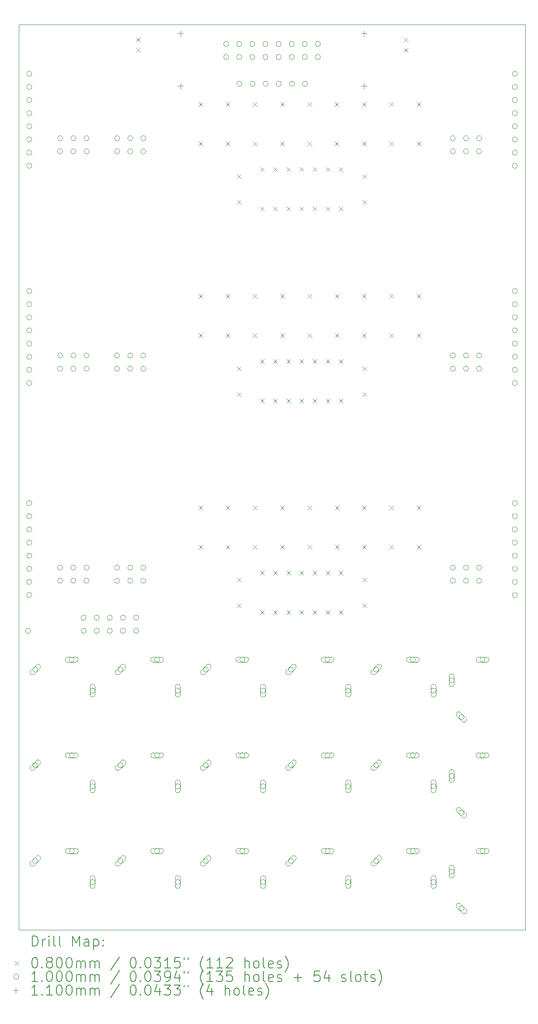
<source format=gbr>
%TF.GenerationSoftware,KiCad,Pcbnew,9.0.7*%
%TF.CreationDate,2026-02-21T19:12:59+01:00*%
%TF.ProjectId,DMH_VCLFO_v2_PCB_Main,444d485f-5643-44c4-964f-5f76325f5043,1*%
%TF.SameCoordinates,Original*%
%TF.FileFunction,Drillmap*%
%TF.FilePolarity,Positive*%
%FSLAX45Y45*%
G04 Gerber Fmt 4.5, Leading zero omitted, Abs format (unit mm)*
G04 Created by KiCad (PCBNEW 9.0.7) date 2026-02-21 19:12:59*
%MOMM*%
%LPD*%
G01*
G04 APERTURE LIST*
%ADD10C,0.050000*%
%ADD11C,0.200000*%
%ADD12C,0.100000*%
%ADD13C,0.110000*%
G04 APERTURE END LIST*
D10*
X5100000Y-4250000D02*
X14900000Y-4250000D01*
X14900000Y-21750000D01*
X5100000Y-21750000D01*
X5100000Y-4250000D01*
D11*
D12*
X7370000Y-4500000D02*
X7450000Y-4580000D01*
X7450000Y-4500000D02*
X7370000Y-4580000D01*
X7370000Y-4700000D02*
X7450000Y-4780000D01*
X7450000Y-4700000D02*
X7370000Y-4780000D01*
X8574562Y-5749000D02*
X8654562Y-5829000D01*
X8654562Y-5749000D02*
X8574562Y-5829000D01*
X8574562Y-6511000D02*
X8654562Y-6591000D01*
X8654562Y-6511000D02*
X8574562Y-6591000D01*
X8574562Y-9459000D02*
X8654562Y-9539000D01*
X8654562Y-9459000D02*
X8574562Y-9539000D01*
X8574562Y-10221000D02*
X8654562Y-10301000D01*
X8654562Y-10221000D02*
X8574562Y-10301000D01*
X8574562Y-13549000D02*
X8654562Y-13629000D01*
X8654562Y-13549000D02*
X8574562Y-13629000D01*
X8574562Y-14311000D02*
X8654562Y-14391000D01*
X8654562Y-14311000D02*
X8574562Y-14391000D01*
X9102742Y-5749000D02*
X9182742Y-5829000D01*
X9182742Y-5749000D02*
X9102742Y-5829000D01*
X9102742Y-6511000D02*
X9182742Y-6591000D01*
X9182742Y-6511000D02*
X9102742Y-6591000D01*
X9102742Y-9459000D02*
X9182742Y-9539000D01*
X9182742Y-9459000D02*
X9102742Y-9539000D01*
X9102742Y-10221000D02*
X9182742Y-10301000D01*
X9182742Y-10221000D02*
X9102742Y-10301000D01*
X9102742Y-13549000D02*
X9182742Y-13629000D01*
X9182742Y-13549000D02*
X9102742Y-13629000D01*
X9102742Y-14311000D02*
X9182742Y-14391000D01*
X9182742Y-14311000D02*
X9102742Y-14391000D01*
X9320000Y-7140000D02*
X9400000Y-7220000D01*
X9400000Y-7140000D02*
X9320000Y-7220000D01*
X9320000Y-7640000D02*
X9400000Y-7720000D01*
X9400000Y-7640000D02*
X9320000Y-7720000D01*
X9320000Y-10860000D02*
X9400000Y-10940000D01*
X9400000Y-10860000D02*
X9320000Y-10940000D01*
X9320000Y-11360000D02*
X9400000Y-11440000D01*
X9400000Y-11360000D02*
X9320000Y-11440000D01*
X9320000Y-14940000D02*
X9400000Y-15020000D01*
X9400000Y-14940000D02*
X9320000Y-15020000D01*
X9320000Y-15440000D02*
X9400000Y-15520000D01*
X9400000Y-15440000D02*
X9320000Y-15520000D01*
X9630922Y-5749000D02*
X9710922Y-5829000D01*
X9710922Y-5749000D02*
X9630922Y-5829000D01*
X9630922Y-6511000D02*
X9710922Y-6591000D01*
X9710922Y-6511000D02*
X9630922Y-6591000D01*
X9630922Y-9459000D02*
X9710922Y-9539000D01*
X9710922Y-9459000D02*
X9630922Y-9539000D01*
X9630922Y-10221000D02*
X9710922Y-10301000D01*
X9710922Y-10221000D02*
X9630922Y-10301000D01*
X9630922Y-13549000D02*
X9710922Y-13629000D01*
X9710922Y-13549000D02*
X9630922Y-13629000D01*
X9630922Y-14311000D02*
X9710922Y-14391000D01*
X9710922Y-14311000D02*
X9630922Y-14391000D01*
X9768500Y-7009000D02*
X9848500Y-7089000D01*
X9848500Y-7009000D02*
X9768500Y-7089000D01*
X9768500Y-7771000D02*
X9848500Y-7851000D01*
X9848500Y-7771000D02*
X9768500Y-7851000D01*
X9768500Y-10719000D02*
X9848500Y-10799000D01*
X9848500Y-10719000D02*
X9768500Y-10799000D01*
X9768500Y-11481000D02*
X9848500Y-11561000D01*
X9848500Y-11481000D02*
X9768500Y-11561000D01*
X9768500Y-14809000D02*
X9848500Y-14889000D01*
X9848500Y-14809000D02*
X9768500Y-14889000D01*
X9768500Y-15571000D02*
X9848500Y-15651000D01*
X9848500Y-15571000D02*
X9768500Y-15651000D01*
X10022500Y-7009000D02*
X10102500Y-7089000D01*
X10102500Y-7009000D02*
X10022500Y-7089000D01*
X10022500Y-7771000D02*
X10102500Y-7851000D01*
X10102500Y-7771000D02*
X10022500Y-7851000D01*
X10022500Y-10719000D02*
X10102500Y-10799000D01*
X10102500Y-10719000D02*
X10022500Y-10799000D01*
X10022500Y-11481000D02*
X10102500Y-11561000D01*
X10102500Y-11481000D02*
X10022500Y-11561000D01*
X10022500Y-14809000D02*
X10102500Y-14889000D01*
X10102500Y-14809000D02*
X10022500Y-14889000D01*
X10022500Y-15571000D02*
X10102500Y-15651000D01*
X10102500Y-15571000D02*
X10022500Y-15651000D01*
X10159102Y-5749000D02*
X10239102Y-5829000D01*
X10239102Y-5749000D02*
X10159102Y-5829000D01*
X10159102Y-6511000D02*
X10239102Y-6591000D01*
X10239102Y-6511000D02*
X10159102Y-6591000D01*
X10159102Y-9459000D02*
X10239102Y-9539000D01*
X10239102Y-9459000D02*
X10159102Y-9539000D01*
X10159102Y-10221000D02*
X10239102Y-10301000D01*
X10239102Y-10221000D02*
X10159102Y-10301000D01*
X10159102Y-13549000D02*
X10239102Y-13629000D01*
X10239102Y-13549000D02*
X10159102Y-13629000D01*
X10159102Y-14311000D02*
X10239102Y-14391000D01*
X10239102Y-14311000D02*
X10159102Y-14391000D01*
X10276500Y-7009000D02*
X10356500Y-7089000D01*
X10356500Y-7009000D02*
X10276500Y-7089000D01*
X10276500Y-7771000D02*
X10356500Y-7851000D01*
X10356500Y-7771000D02*
X10276500Y-7851000D01*
X10276500Y-10719000D02*
X10356500Y-10799000D01*
X10356500Y-10719000D02*
X10276500Y-10799000D01*
X10276500Y-11481000D02*
X10356500Y-11561000D01*
X10356500Y-11481000D02*
X10276500Y-11561000D01*
X10276500Y-14809000D02*
X10356500Y-14889000D01*
X10356500Y-14809000D02*
X10276500Y-14889000D01*
X10276500Y-15571000D02*
X10356500Y-15651000D01*
X10356500Y-15571000D02*
X10276500Y-15651000D01*
X10530500Y-7009000D02*
X10610500Y-7089000D01*
X10610500Y-7009000D02*
X10530500Y-7089000D01*
X10530500Y-7771000D02*
X10610500Y-7851000D01*
X10610500Y-7771000D02*
X10530500Y-7851000D01*
X10530500Y-10719000D02*
X10610500Y-10799000D01*
X10610500Y-10719000D02*
X10530500Y-10799000D01*
X10530500Y-11481000D02*
X10610500Y-11561000D01*
X10610500Y-11481000D02*
X10530500Y-11561000D01*
X10530500Y-14809000D02*
X10610500Y-14889000D01*
X10610500Y-14809000D02*
X10530500Y-14889000D01*
X10530500Y-15571000D02*
X10610500Y-15651000D01*
X10610500Y-15571000D02*
X10530500Y-15651000D01*
X10687281Y-5749000D02*
X10767281Y-5829000D01*
X10767281Y-5749000D02*
X10687281Y-5829000D01*
X10687281Y-6511000D02*
X10767281Y-6591000D01*
X10767281Y-6511000D02*
X10687281Y-6591000D01*
X10687281Y-9459000D02*
X10767281Y-9539000D01*
X10767281Y-9459000D02*
X10687281Y-9539000D01*
X10687281Y-10221000D02*
X10767281Y-10301000D01*
X10767281Y-10221000D02*
X10687281Y-10301000D01*
X10687281Y-13549000D02*
X10767281Y-13629000D01*
X10767281Y-13549000D02*
X10687281Y-13629000D01*
X10687281Y-14311000D02*
X10767281Y-14391000D01*
X10767281Y-14311000D02*
X10687281Y-14391000D01*
X10784500Y-7009000D02*
X10864500Y-7089000D01*
X10864500Y-7009000D02*
X10784500Y-7089000D01*
X10784500Y-7771000D02*
X10864500Y-7851000D01*
X10864500Y-7771000D02*
X10784500Y-7851000D01*
X10784500Y-10719000D02*
X10864500Y-10799000D01*
X10864500Y-10719000D02*
X10784500Y-10799000D01*
X10784500Y-11481000D02*
X10864500Y-11561000D01*
X10864500Y-11481000D02*
X10784500Y-11561000D01*
X10784500Y-14809000D02*
X10864500Y-14889000D01*
X10864500Y-14809000D02*
X10784500Y-14889000D01*
X10784500Y-15571000D02*
X10864500Y-15651000D01*
X10864500Y-15571000D02*
X10784500Y-15651000D01*
X11038500Y-7009000D02*
X11118500Y-7089000D01*
X11118500Y-7009000D02*
X11038500Y-7089000D01*
X11038500Y-7771000D02*
X11118500Y-7851000D01*
X11118500Y-7771000D02*
X11038500Y-7851000D01*
X11038500Y-10719000D02*
X11118500Y-10799000D01*
X11118500Y-10719000D02*
X11038500Y-10799000D01*
X11038500Y-11481000D02*
X11118500Y-11561000D01*
X11118500Y-11481000D02*
X11038500Y-11561000D01*
X11038500Y-14809000D02*
X11118500Y-14889000D01*
X11118500Y-14809000D02*
X11038500Y-14889000D01*
X11038500Y-15571000D02*
X11118500Y-15651000D01*
X11118500Y-15571000D02*
X11038500Y-15651000D01*
X11210000Y-5749000D02*
X11290000Y-5829000D01*
X11290000Y-5749000D02*
X11210000Y-5829000D01*
X11210000Y-6511000D02*
X11290000Y-6591000D01*
X11290000Y-6511000D02*
X11210000Y-6591000D01*
X11215461Y-9459000D02*
X11295461Y-9539000D01*
X11295461Y-9459000D02*
X11215461Y-9539000D01*
X11215461Y-10221000D02*
X11295461Y-10301000D01*
X11295461Y-10221000D02*
X11215461Y-10301000D01*
X11215461Y-13549000D02*
X11295461Y-13629000D01*
X11295461Y-13549000D02*
X11215461Y-13629000D01*
X11215461Y-14311000D02*
X11295461Y-14391000D01*
X11295461Y-14311000D02*
X11215461Y-14391000D01*
X11292500Y-7009000D02*
X11372500Y-7089000D01*
X11372500Y-7009000D02*
X11292500Y-7089000D01*
X11292500Y-7771000D02*
X11372500Y-7851000D01*
X11372500Y-7771000D02*
X11292500Y-7851000D01*
X11292500Y-10719000D02*
X11372500Y-10799000D01*
X11372500Y-10719000D02*
X11292500Y-10799000D01*
X11292500Y-11481000D02*
X11372500Y-11561000D01*
X11372500Y-11481000D02*
X11292500Y-11561000D01*
X11292500Y-14809000D02*
X11372500Y-14889000D01*
X11372500Y-14809000D02*
X11292500Y-14889000D01*
X11292500Y-15571000D02*
X11372500Y-15651000D01*
X11372500Y-15571000D02*
X11292500Y-15651000D01*
X11743641Y-5749000D02*
X11823641Y-5829000D01*
X11823641Y-5749000D02*
X11743641Y-5829000D01*
X11743641Y-6511000D02*
X11823641Y-6591000D01*
X11823641Y-6511000D02*
X11743641Y-6591000D01*
X11743641Y-9459000D02*
X11823641Y-9539000D01*
X11823641Y-9459000D02*
X11743641Y-9539000D01*
X11743641Y-10221000D02*
X11823641Y-10301000D01*
X11823641Y-10221000D02*
X11743641Y-10301000D01*
X11743641Y-13549000D02*
X11823641Y-13629000D01*
X11823641Y-13549000D02*
X11743641Y-13629000D01*
X11743641Y-14311000D02*
X11823641Y-14391000D01*
X11823641Y-14311000D02*
X11743641Y-14391000D01*
X11750000Y-7140000D02*
X11830000Y-7220000D01*
X11830000Y-7140000D02*
X11750000Y-7220000D01*
X11750000Y-7640000D02*
X11830000Y-7720000D01*
X11830000Y-7640000D02*
X11750000Y-7720000D01*
X11750000Y-10860000D02*
X11830000Y-10940000D01*
X11830000Y-10860000D02*
X11750000Y-10940000D01*
X11750000Y-11360000D02*
X11830000Y-11440000D01*
X11830000Y-11360000D02*
X11750000Y-11440000D01*
X11750000Y-14940000D02*
X11830000Y-15020000D01*
X11830000Y-14940000D02*
X11750000Y-15020000D01*
X11750000Y-15440000D02*
X11830000Y-15520000D01*
X11830000Y-15440000D02*
X11750000Y-15520000D01*
X12271820Y-5749000D02*
X12351820Y-5829000D01*
X12351820Y-5749000D02*
X12271820Y-5829000D01*
X12271820Y-6511000D02*
X12351820Y-6591000D01*
X12351820Y-6511000D02*
X12271820Y-6591000D01*
X12271820Y-9459000D02*
X12351820Y-9539000D01*
X12351820Y-9459000D02*
X12271820Y-9539000D01*
X12271820Y-10221000D02*
X12351820Y-10301000D01*
X12351820Y-10221000D02*
X12271820Y-10301000D01*
X12271820Y-13549000D02*
X12351820Y-13629000D01*
X12351820Y-13549000D02*
X12271820Y-13629000D01*
X12271820Y-14311000D02*
X12351820Y-14391000D01*
X12351820Y-14311000D02*
X12271820Y-14391000D01*
X12550000Y-4504489D02*
X12630000Y-4584489D01*
X12630000Y-4504489D02*
X12550000Y-4584489D01*
X12550000Y-4704489D02*
X12630000Y-4784489D01*
X12630000Y-4704489D02*
X12550000Y-4784489D01*
X12800000Y-5749000D02*
X12880000Y-5829000D01*
X12880000Y-5749000D02*
X12800000Y-5829000D01*
X12800000Y-6511000D02*
X12880000Y-6591000D01*
X12880000Y-6511000D02*
X12800000Y-6591000D01*
X12800000Y-9459000D02*
X12880000Y-9539000D01*
X12880000Y-9459000D02*
X12800000Y-9539000D01*
X12800000Y-10221000D02*
X12880000Y-10301000D01*
X12880000Y-10221000D02*
X12800000Y-10301000D01*
X12800000Y-13549000D02*
X12880000Y-13629000D01*
X12880000Y-13549000D02*
X12800000Y-13629000D01*
X12800000Y-14311000D02*
X12880000Y-14391000D01*
X12880000Y-14311000D02*
X12800000Y-14391000D01*
X5330000Y-15970000D02*
G75*
G02*
X5230000Y-15970000I-50000J0D01*
G01*
X5230000Y-15970000D02*
G75*
G02*
X5330000Y-15970000I50000J0D01*
G01*
X5350000Y-5200000D02*
G75*
G02*
X5250000Y-5200000I-50000J0D01*
G01*
X5250000Y-5200000D02*
G75*
G02*
X5350000Y-5200000I50000J0D01*
G01*
X5350000Y-5454000D02*
G75*
G02*
X5250000Y-5454000I-50000J0D01*
G01*
X5250000Y-5454000D02*
G75*
G02*
X5350000Y-5454000I50000J0D01*
G01*
X5350000Y-5708000D02*
G75*
G02*
X5250000Y-5708000I-50000J0D01*
G01*
X5250000Y-5708000D02*
G75*
G02*
X5350000Y-5708000I50000J0D01*
G01*
X5350000Y-5962000D02*
G75*
G02*
X5250000Y-5962000I-50000J0D01*
G01*
X5250000Y-5962000D02*
G75*
G02*
X5350000Y-5962000I50000J0D01*
G01*
X5350000Y-6216000D02*
G75*
G02*
X5250000Y-6216000I-50000J0D01*
G01*
X5250000Y-6216000D02*
G75*
G02*
X5350000Y-6216000I50000J0D01*
G01*
X5350000Y-6470000D02*
G75*
G02*
X5250000Y-6470000I-50000J0D01*
G01*
X5250000Y-6470000D02*
G75*
G02*
X5350000Y-6470000I50000J0D01*
G01*
X5350000Y-6724000D02*
G75*
G02*
X5250000Y-6724000I-50000J0D01*
G01*
X5250000Y-6724000D02*
G75*
G02*
X5350000Y-6724000I50000J0D01*
G01*
X5350000Y-6978000D02*
G75*
G02*
X5250000Y-6978000I-50000J0D01*
G01*
X5250000Y-6978000D02*
G75*
G02*
X5350000Y-6978000I50000J0D01*
G01*
X5350000Y-9400000D02*
G75*
G02*
X5250000Y-9400000I-50000J0D01*
G01*
X5250000Y-9400000D02*
G75*
G02*
X5350000Y-9400000I50000J0D01*
G01*
X5350000Y-9654000D02*
G75*
G02*
X5250000Y-9654000I-50000J0D01*
G01*
X5250000Y-9654000D02*
G75*
G02*
X5350000Y-9654000I50000J0D01*
G01*
X5350000Y-9908000D02*
G75*
G02*
X5250000Y-9908000I-50000J0D01*
G01*
X5250000Y-9908000D02*
G75*
G02*
X5350000Y-9908000I50000J0D01*
G01*
X5350000Y-10162000D02*
G75*
G02*
X5250000Y-10162000I-50000J0D01*
G01*
X5250000Y-10162000D02*
G75*
G02*
X5350000Y-10162000I50000J0D01*
G01*
X5350000Y-10416000D02*
G75*
G02*
X5250000Y-10416000I-50000J0D01*
G01*
X5250000Y-10416000D02*
G75*
G02*
X5350000Y-10416000I50000J0D01*
G01*
X5350000Y-10670000D02*
G75*
G02*
X5250000Y-10670000I-50000J0D01*
G01*
X5250000Y-10670000D02*
G75*
G02*
X5350000Y-10670000I50000J0D01*
G01*
X5350000Y-10924000D02*
G75*
G02*
X5250000Y-10924000I-50000J0D01*
G01*
X5250000Y-10924000D02*
G75*
G02*
X5350000Y-10924000I50000J0D01*
G01*
X5350000Y-11178000D02*
G75*
G02*
X5250000Y-11178000I-50000J0D01*
G01*
X5250000Y-11178000D02*
G75*
G02*
X5350000Y-11178000I50000J0D01*
G01*
X5350000Y-13500000D02*
G75*
G02*
X5250000Y-13500000I-50000J0D01*
G01*
X5250000Y-13500000D02*
G75*
G02*
X5350000Y-13500000I50000J0D01*
G01*
X5350000Y-13754000D02*
G75*
G02*
X5250000Y-13754000I-50000J0D01*
G01*
X5250000Y-13754000D02*
G75*
G02*
X5350000Y-13754000I50000J0D01*
G01*
X5350000Y-14008000D02*
G75*
G02*
X5250000Y-14008000I-50000J0D01*
G01*
X5250000Y-14008000D02*
G75*
G02*
X5350000Y-14008000I50000J0D01*
G01*
X5350000Y-14262000D02*
G75*
G02*
X5250000Y-14262000I-50000J0D01*
G01*
X5250000Y-14262000D02*
G75*
G02*
X5350000Y-14262000I50000J0D01*
G01*
X5350000Y-14516000D02*
G75*
G02*
X5250000Y-14516000I-50000J0D01*
G01*
X5250000Y-14516000D02*
G75*
G02*
X5350000Y-14516000I50000J0D01*
G01*
X5350000Y-14770000D02*
G75*
G02*
X5250000Y-14770000I-50000J0D01*
G01*
X5250000Y-14770000D02*
G75*
G02*
X5350000Y-14770000I50000J0D01*
G01*
X5350000Y-15024000D02*
G75*
G02*
X5250000Y-15024000I-50000J0D01*
G01*
X5250000Y-15024000D02*
G75*
G02*
X5350000Y-15024000I50000J0D01*
G01*
X5350000Y-15278000D02*
G75*
G02*
X5250000Y-15278000I-50000J0D01*
G01*
X5250000Y-15278000D02*
G75*
G02*
X5350000Y-15278000I50000J0D01*
G01*
X5465381Y-16715381D02*
G75*
G02*
X5365381Y-16715381I-50000J0D01*
G01*
X5365381Y-16715381D02*
G75*
G02*
X5465381Y-16715381I50000J0D01*
G01*
X5433059Y-16626993D02*
X5326993Y-16733059D01*
X5397703Y-16803769D02*
G75*
G02*
X5326993Y-16733059I-35355J35355D01*
G01*
X5397703Y-16803769D02*
X5503769Y-16697703D01*
X5503769Y-16697703D02*
G75*
G03*
X5433059Y-16626993I-35355J35355D01*
G01*
X5465381Y-18565381D02*
G75*
G02*
X5365381Y-18565381I-50000J0D01*
G01*
X5365381Y-18565381D02*
G75*
G02*
X5465381Y-18565381I50000J0D01*
G01*
X5433059Y-18476993D02*
X5326993Y-18583059D01*
X5397703Y-18653769D02*
G75*
G02*
X5326993Y-18583059I-35355J35355D01*
G01*
X5397703Y-18653769D02*
X5503769Y-18547703D01*
X5503769Y-18547703D02*
G75*
G03*
X5433059Y-18476993I-35355J35355D01*
G01*
X5465381Y-20415381D02*
G75*
G02*
X5365381Y-20415381I-50000J0D01*
G01*
X5365381Y-20415381D02*
G75*
G02*
X5465381Y-20415381I50000J0D01*
G01*
X5433059Y-20326993D02*
X5326993Y-20433059D01*
X5397703Y-20503769D02*
G75*
G02*
X5326993Y-20433059I-35355J35355D01*
G01*
X5397703Y-20503769D02*
X5503769Y-20397703D01*
X5503769Y-20397703D02*
G75*
G03*
X5433059Y-20326993I-35355J35355D01*
G01*
X5950000Y-6446000D02*
G75*
G02*
X5850000Y-6446000I-50000J0D01*
G01*
X5850000Y-6446000D02*
G75*
G02*
X5950000Y-6446000I50000J0D01*
G01*
X5950000Y-6700000D02*
G75*
G02*
X5850000Y-6700000I-50000J0D01*
G01*
X5850000Y-6700000D02*
G75*
G02*
X5950000Y-6700000I50000J0D01*
G01*
X5950000Y-10646000D02*
G75*
G02*
X5850000Y-10646000I-50000J0D01*
G01*
X5850000Y-10646000D02*
G75*
G02*
X5950000Y-10646000I50000J0D01*
G01*
X5950000Y-10900000D02*
G75*
G02*
X5850000Y-10900000I-50000J0D01*
G01*
X5850000Y-10900000D02*
G75*
G02*
X5950000Y-10900000I50000J0D01*
G01*
X5950000Y-14746000D02*
G75*
G02*
X5850000Y-14746000I-50000J0D01*
G01*
X5850000Y-14746000D02*
G75*
G02*
X5950000Y-14746000I50000J0D01*
G01*
X5950000Y-15000000D02*
G75*
G02*
X5850000Y-15000000I-50000J0D01*
G01*
X5850000Y-15000000D02*
G75*
G02*
X5950000Y-15000000I50000J0D01*
G01*
X6175000Y-16525000D02*
G75*
G02*
X6075000Y-16525000I-50000J0D01*
G01*
X6075000Y-16525000D02*
G75*
G02*
X6175000Y-16525000I50000J0D01*
G01*
X6050000Y-16575000D02*
X6200000Y-16575000D01*
X6200000Y-16475000D02*
G75*
G02*
X6200000Y-16575000I0J-50000D01*
G01*
X6200000Y-16475000D02*
X6050000Y-16475000D01*
X6050000Y-16475000D02*
G75*
G03*
X6050000Y-16575000I0J-50000D01*
G01*
X6175000Y-18375000D02*
G75*
G02*
X6075000Y-18375000I-50000J0D01*
G01*
X6075000Y-18375000D02*
G75*
G02*
X6175000Y-18375000I50000J0D01*
G01*
X6050000Y-18425000D02*
X6200000Y-18425000D01*
X6200000Y-18325000D02*
G75*
G02*
X6200000Y-18425000I0J-50000D01*
G01*
X6200000Y-18325000D02*
X6050000Y-18325000D01*
X6050000Y-18325000D02*
G75*
G03*
X6050000Y-18425000I0J-50000D01*
G01*
X6175000Y-20225000D02*
G75*
G02*
X6075000Y-20225000I-50000J0D01*
G01*
X6075000Y-20225000D02*
G75*
G02*
X6175000Y-20225000I50000J0D01*
G01*
X6050000Y-20275000D02*
X6200000Y-20275000D01*
X6200000Y-20175000D02*
G75*
G02*
X6200000Y-20275000I0J-50000D01*
G01*
X6200000Y-20175000D02*
X6050000Y-20175000D01*
X6050000Y-20175000D02*
G75*
G03*
X6050000Y-20275000I0J-50000D01*
G01*
X6204000Y-6446000D02*
G75*
G02*
X6104000Y-6446000I-50000J0D01*
G01*
X6104000Y-6446000D02*
G75*
G02*
X6204000Y-6446000I50000J0D01*
G01*
X6204000Y-6700000D02*
G75*
G02*
X6104000Y-6700000I-50000J0D01*
G01*
X6104000Y-6700000D02*
G75*
G02*
X6204000Y-6700000I50000J0D01*
G01*
X6204000Y-10646000D02*
G75*
G02*
X6104000Y-10646000I-50000J0D01*
G01*
X6104000Y-10646000D02*
G75*
G02*
X6204000Y-10646000I50000J0D01*
G01*
X6204000Y-10900000D02*
G75*
G02*
X6104000Y-10900000I-50000J0D01*
G01*
X6104000Y-10900000D02*
G75*
G02*
X6204000Y-10900000I50000J0D01*
G01*
X6204000Y-14746000D02*
G75*
G02*
X6104000Y-14746000I-50000J0D01*
G01*
X6104000Y-14746000D02*
G75*
G02*
X6204000Y-14746000I50000J0D01*
G01*
X6204000Y-15000000D02*
G75*
G02*
X6104000Y-15000000I-50000J0D01*
G01*
X6104000Y-15000000D02*
G75*
G02*
X6204000Y-15000000I50000J0D01*
G01*
X6402000Y-15714750D02*
G75*
G02*
X6302000Y-15714750I-50000J0D01*
G01*
X6302000Y-15714750D02*
G75*
G02*
X6402000Y-15714750I50000J0D01*
G01*
X6402000Y-15968750D02*
G75*
G02*
X6302000Y-15968750I-50000J0D01*
G01*
X6302000Y-15968750D02*
G75*
G02*
X6402000Y-15968750I50000J0D01*
G01*
X6458000Y-6446000D02*
G75*
G02*
X6358000Y-6446000I-50000J0D01*
G01*
X6358000Y-6446000D02*
G75*
G02*
X6458000Y-6446000I50000J0D01*
G01*
X6458000Y-6700000D02*
G75*
G02*
X6358000Y-6700000I-50000J0D01*
G01*
X6358000Y-6700000D02*
G75*
G02*
X6458000Y-6700000I50000J0D01*
G01*
X6458000Y-10646000D02*
G75*
G02*
X6358000Y-10646000I-50000J0D01*
G01*
X6358000Y-10646000D02*
G75*
G02*
X6458000Y-10646000I50000J0D01*
G01*
X6458000Y-10900000D02*
G75*
G02*
X6358000Y-10900000I-50000J0D01*
G01*
X6358000Y-10900000D02*
G75*
G02*
X6458000Y-10900000I50000J0D01*
G01*
X6458000Y-14746000D02*
G75*
G02*
X6358000Y-14746000I-50000J0D01*
G01*
X6358000Y-14746000D02*
G75*
G02*
X6458000Y-14746000I50000J0D01*
G01*
X6458000Y-15000000D02*
G75*
G02*
X6358000Y-15000000I-50000J0D01*
G01*
X6358000Y-15000000D02*
G75*
G02*
X6458000Y-15000000I50000J0D01*
G01*
X6575000Y-17125000D02*
G75*
G02*
X6475000Y-17125000I-50000J0D01*
G01*
X6475000Y-17125000D02*
G75*
G02*
X6575000Y-17125000I50000J0D01*
G01*
X6475000Y-17050000D02*
X6475000Y-17200000D01*
X6575000Y-17200000D02*
G75*
G02*
X6475000Y-17200000I-50000J0D01*
G01*
X6575000Y-17200000D02*
X6575000Y-17050000D01*
X6575000Y-17050000D02*
G75*
G03*
X6475000Y-17050000I-50000J0D01*
G01*
X6575000Y-18975000D02*
G75*
G02*
X6475000Y-18975000I-50000J0D01*
G01*
X6475000Y-18975000D02*
G75*
G02*
X6575000Y-18975000I50000J0D01*
G01*
X6475000Y-18900000D02*
X6475000Y-19050000D01*
X6575000Y-19050000D02*
G75*
G02*
X6475000Y-19050000I-50000J0D01*
G01*
X6575000Y-19050000D02*
X6575000Y-18900000D01*
X6575000Y-18900000D02*
G75*
G03*
X6475000Y-18900000I-50000J0D01*
G01*
X6575000Y-20825000D02*
G75*
G02*
X6475000Y-20825000I-50000J0D01*
G01*
X6475000Y-20825000D02*
G75*
G02*
X6575000Y-20825000I50000J0D01*
G01*
X6475000Y-20750000D02*
X6475000Y-20900000D01*
X6575000Y-20900000D02*
G75*
G02*
X6475000Y-20900000I-50000J0D01*
G01*
X6575000Y-20900000D02*
X6575000Y-20750000D01*
X6575000Y-20750000D02*
G75*
G03*
X6475000Y-20750000I-50000J0D01*
G01*
X6656000Y-15714750D02*
G75*
G02*
X6556000Y-15714750I-50000J0D01*
G01*
X6556000Y-15714750D02*
G75*
G02*
X6656000Y-15714750I50000J0D01*
G01*
X6656000Y-15968750D02*
G75*
G02*
X6556000Y-15968750I-50000J0D01*
G01*
X6556000Y-15968750D02*
G75*
G02*
X6656000Y-15968750I50000J0D01*
G01*
X6910000Y-15714750D02*
G75*
G02*
X6810000Y-15714750I-50000J0D01*
G01*
X6810000Y-15714750D02*
G75*
G02*
X6910000Y-15714750I50000J0D01*
G01*
X6910000Y-15968750D02*
G75*
G02*
X6810000Y-15968750I-50000J0D01*
G01*
X6810000Y-15968750D02*
G75*
G02*
X6910000Y-15968750I50000J0D01*
G01*
X7050000Y-6446000D02*
G75*
G02*
X6950000Y-6446000I-50000J0D01*
G01*
X6950000Y-6446000D02*
G75*
G02*
X7050000Y-6446000I50000J0D01*
G01*
X7050000Y-6700000D02*
G75*
G02*
X6950000Y-6700000I-50000J0D01*
G01*
X6950000Y-6700000D02*
G75*
G02*
X7050000Y-6700000I50000J0D01*
G01*
X7050000Y-10646000D02*
G75*
G02*
X6950000Y-10646000I-50000J0D01*
G01*
X6950000Y-10646000D02*
G75*
G02*
X7050000Y-10646000I50000J0D01*
G01*
X7050000Y-10900000D02*
G75*
G02*
X6950000Y-10900000I-50000J0D01*
G01*
X6950000Y-10900000D02*
G75*
G02*
X7050000Y-10900000I50000J0D01*
G01*
X7050000Y-14746000D02*
G75*
G02*
X6950000Y-14746000I-50000J0D01*
G01*
X6950000Y-14746000D02*
G75*
G02*
X7050000Y-14746000I50000J0D01*
G01*
X7050000Y-15000000D02*
G75*
G02*
X6950000Y-15000000I-50000J0D01*
G01*
X6950000Y-15000000D02*
G75*
G02*
X7050000Y-15000000I50000J0D01*
G01*
X7115381Y-16715381D02*
G75*
G02*
X7015381Y-16715381I-50000J0D01*
G01*
X7015381Y-16715381D02*
G75*
G02*
X7115381Y-16715381I50000J0D01*
G01*
X7083059Y-16626993D02*
X6976993Y-16733059D01*
X7047703Y-16803769D02*
G75*
G02*
X6976993Y-16733059I-35355J35355D01*
G01*
X7047703Y-16803769D02*
X7153769Y-16697703D01*
X7153769Y-16697703D02*
G75*
G03*
X7083059Y-16626993I-35355J35355D01*
G01*
X7115381Y-18565381D02*
G75*
G02*
X7015381Y-18565381I-50000J0D01*
G01*
X7015381Y-18565381D02*
G75*
G02*
X7115381Y-18565381I50000J0D01*
G01*
X7083059Y-18476993D02*
X6976993Y-18583059D01*
X7047703Y-18653769D02*
G75*
G02*
X6976993Y-18583059I-35355J35355D01*
G01*
X7047703Y-18653769D02*
X7153769Y-18547703D01*
X7153769Y-18547703D02*
G75*
G03*
X7083059Y-18476993I-35355J35355D01*
G01*
X7115381Y-20415381D02*
G75*
G02*
X7015381Y-20415381I-50000J0D01*
G01*
X7015381Y-20415381D02*
G75*
G02*
X7115381Y-20415381I50000J0D01*
G01*
X7083059Y-20326993D02*
X6976993Y-20433059D01*
X7047703Y-20503769D02*
G75*
G02*
X6976993Y-20433059I-35355J35355D01*
G01*
X7047703Y-20503769D02*
X7153769Y-20397703D01*
X7153769Y-20397703D02*
G75*
G03*
X7083059Y-20326993I-35355J35355D01*
G01*
X7164000Y-15714750D02*
G75*
G02*
X7064000Y-15714750I-50000J0D01*
G01*
X7064000Y-15714750D02*
G75*
G02*
X7164000Y-15714750I50000J0D01*
G01*
X7164000Y-15968750D02*
G75*
G02*
X7064000Y-15968750I-50000J0D01*
G01*
X7064000Y-15968750D02*
G75*
G02*
X7164000Y-15968750I50000J0D01*
G01*
X7304000Y-6446000D02*
G75*
G02*
X7204000Y-6446000I-50000J0D01*
G01*
X7204000Y-6446000D02*
G75*
G02*
X7304000Y-6446000I50000J0D01*
G01*
X7304000Y-6700000D02*
G75*
G02*
X7204000Y-6700000I-50000J0D01*
G01*
X7204000Y-6700000D02*
G75*
G02*
X7304000Y-6700000I50000J0D01*
G01*
X7304000Y-10646000D02*
G75*
G02*
X7204000Y-10646000I-50000J0D01*
G01*
X7204000Y-10646000D02*
G75*
G02*
X7304000Y-10646000I50000J0D01*
G01*
X7304000Y-10900000D02*
G75*
G02*
X7204000Y-10900000I-50000J0D01*
G01*
X7204000Y-10900000D02*
G75*
G02*
X7304000Y-10900000I50000J0D01*
G01*
X7304000Y-14746000D02*
G75*
G02*
X7204000Y-14746000I-50000J0D01*
G01*
X7204000Y-14746000D02*
G75*
G02*
X7304000Y-14746000I50000J0D01*
G01*
X7304000Y-15000000D02*
G75*
G02*
X7204000Y-15000000I-50000J0D01*
G01*
X7204000Y-15000000D02*
G75*
G02*
X7304000Y-15000000I50000J0D01*
G01*
X7418000Y-15714750D02*
G75*
G02*
X7318000Y-15714750I-50000J0D01*
G01*
X7318000Y-15714750D02*
G75*
G02*
X7418000Y-15714750I50000J0D01*
G01*
X7418000Y-15968750D02*
G75*
G02*
X7318000Y-15968750I-50000J0D01*
G01*
X7318000Y-15968750D02*
G75*
G02*
X7418000Y-15968750I50000J0D01*
G01*
X7558000Y-6446000D02*
G75*
G02*
X7458000Y-6446000I-50000J0D01*
G01*
X7458000Y-6446000D02*
G75*
G02*
X7558000Y-6446000I50000J0D01*
G01*
X7558000Y-6700000D02*
G75*
G02*
X7458000Y-6700000I-50000J0D01*
G01*
X7458000Y-6700000D02*
G75*
G02*
X7558000Y-6700000I50000J0D01*
G01*
X7558000Y-10646000D02*
G75*
G02*
X7458000Y-10646000I-50000J0D01*
G01*
X7458000Y-10646000D02*
G75*
G02*
X7558000Y-10646000I50000J0D01*
G01*
X7558000Y-10900000D02*
G75*
G02*
X7458000Y-10900000I-50000J0D01*
G01*
X7458000Y-10900000D02*
G75*
G02*
X7558000Y-10900000I50000J0D01*
G01*
X7558000Y-14746000D02*
G75*
G02*
X7458000Y-14746000I-50000J0D01*
G01*
X7458000Y-14746000D02*
G75*
G02*
X7558000Y-14746000I50000J0D01*
G01*
X7558000Y-15000000D02*
G75*
G02*
X7458000Y-15000000I-50000J0D01*
G01*
X7458000Y-15000000D02*
G75*
G02*
X7558000Y-15000000I50000J0D01*
G01*
X7825000Y-16525000D02*
G75*
G02*
X7725000Y-16525000I-50000J0D01*
G01*
X7725000Y-16525000D02*
G75*
G02*
X7825000Y-16525000I50000J0D01*
G01*
X7700000Y-16575000D02*
X7850000Y-16575000D01*
X7850000Y-16475000D02*
G75*
G02*
X7850000Y-16575000I0J-50000D01*
G01*
X7850000Y-16475000D02*
X7700000Y-16475000D01*
X7700000Y-16475000D02*
G75*
G03*
X7700000Y-16575000I0J-50000D01*
G01*
X7825000Y-18375000D02*
G75*
G02*
X7725000Y-18375000I-50000J0D01*
G01*
X7725000Y-18375000D02*
G75*
G02*
X7825000Y-18375000I50000J0D01*
G01*
X7700000Y-18425000D02*
X7850000Y-18425000D01*
X7850000Y-18325000D02*
G75*
G02*
X7850000Y-18425000I0J-50000D01*
G01*
X7850000Y-18325000D02*
X7700000Y-18325000D01*
X7700000Y-18325000D02*
G75*
G03*
X7700000Y-18425000I0J-50000D01*
G01*
X7825000Y-20225000D02*
G75*
G02*
X7725000Y-20225000I-50000J0D01*
G01*
X7725000Y-20225000D02*
G75*
G02*
X7825000Y-20225000I50000J0D01*
G01*
X7700000Y-20275000D02*
X7850000Y-20275000D01*
X7850000Y-20175000D02*
G75*
G02*
X7850000Y-20275000I0J-50000D01*
G01*
X7850000Y-20175000D02*
X7700000Y-20175000D01*
X7700000Y-20175000D02*
G75*
G03*
X7700000Y-20275000I0J-50000D01*
G01*
X8225000Y-17125000D02*
G75*
G02*
X8125000Y-17125000I-50000J0D01*
G01*
X8125000Y-17125000D02*
G75*
G02*
X8225000Y-17125000I50000J0D01*
G01*
X8125000Y-17050000D02*
X8125000Y-17200000D01*
X8225000Y-17200000D02*
G75*
G02*
X8125000Y-17200000I-50000J0D01*
G01*
X8225000Y-17200000D02*
X8225000Y-17050000D01*
X8225000Y-17050000D02*
G75*
G03*
X8125000Y-17050000I-50000J0D01*
G01*
X8225000Y-18975000D02*
G75*
G02*
X8125000Y-18975000I-50000J0D01*
G01*
X8125000Y-18975000D02*
G75*
G02*
X8225000Y-18975000I50000J0D01*
G01*
X8125000Y-18900000D02*
X8125000Y-19050000D01*
X8225000Y-19050000D02*
G75*
G02*
X8125000Y-19050000I-50000J0D01*
G01*
X8225000Y-19050000D02*
X8225000Y-18900000D01*
X8225000Y-18900000D02*
G75*
G03*
X8125000Y-18900000I-50000J0D01*
G01*
X8225000Y-20825000D02*
G75*
G02*
X8125000Y-20825000I-50000J0D01*
G01*
X8125000Y-20825000D02*
G75*
G02*
X8225000Y-20825000I50000J0D01*
G01*
X8125000Y-20750000D02*
X8125000Y-20900000D01*
X8225000Y-20900000D02*
G75*
G02*
X8125000Y-20900000I-50000J0D01*
G01*
X8225000Y-20900000D02*
X8225000Y-20750000D01*
X8225000Y-20750000D02*
G75*
G03*
X8125000Y-20750000I-50000J0D01*
G01*
X8765381Y-16715381D02*
G75*
G02*
X8665381Y-16715381I-50000J0D01*
G01*
X8665381Y-16715381D02*
G75*
G02*
X8765381Y-16715381I50000J0D01*
G01*
X8733059Y-16626993D02*
X8626993Y-16733059D01*
X8697703Y-16803769D02*
G75*
G02*
X8626993Y-16733059I-35355J35355D01*
G01*
X8697703Y-16803769D02*
X8803769Y-16697703D01*
X8803769Y-16697703D02*
G75*
G03*
X8733059Y-16626993I-35355J35355D01*
G01*
X8765381Y-18565381D02*
G75*
G02*
X8665381Y-18565381I-50000J0D01*
G01*
X8665381Y-18565381D02*
G75*
G02*
X8765381Y-18565381I50000J0D01*
G01*
X8733059Y-18476993D02*
X8626993Y-18583059D01*
X8697703Y-18653769D02*
G75*
G02*
X8626993Y-18583059I-35355J35355D01*
G01*
X8697703Y-18653769D02*
X8803769Y-18547703D01*
X8803769Y-18547703D02*
G75*
G03*
X8733059Y-18476993I-35355J35355D01*
G01*
X8765381Y-20415381D02*
G75*
G02*
X8665381Y-20415381I-50000J0D01*
G01*
X8665381Y-20415381D02*
G75*
G02*
X8765381Y-20415381I50000J0D01*
G01*
X8733059Y-20326993D02*
X8626993Y-20433059D01*
X8697703Y-20503769D02*
G75*
G02*
X8626993Y-20433059I-35355J35355D01*
G01*
X8697703Y-20503769D02*
X8803769Y-20397703D01*
X8803769Y-20397703D02*
G75*
G03*
X8733059Y-20326993I-35355J35355D01*
G01*
X9161000Y-4621250D02*
G75*
G02*
X9061000Y-4621250I-50000J0D01*
G01*
X9061000Y-4621250D02*
G75*
G02*
X9161000Y-4621250I50000J0D01*
G01*
X9161000Y-4875250D02*
G75*
G02*
X9061000Y-4875250I-50000J0D01*
G01*
X9061000Y-4875250D02*
G75*
G02*
X9161000Y-4875250I50000J0D01*
G01*
X9415000Y-4621250D02*
G75*
G02*
X9315000Y-4621250I-50000J0D01*
G01*
X9315000Y-4621250D02*
G75*
G02*
X9415000Y-4621250I50000J0D01*
G01*
X9415000Y-4875250D02*
G75*
G02*
X9315000Y-4875250I-50000J0D01*
G01*
X9315000Y-4875250D02*
G75*
G02*
X9415000Y-4875250I50000J0D01*
G01*
X9417500Y-5392500D02*
G75*
G02*
X9317500Y-5392500I-50000J0D01*
G01*
X9317500Y-5392500D02*
G75*
G02*
X9417500Y-5392500I50000J0D01*
G01*
X9475000Y-16525000D02*
G75*
G02*
X9375000Y-16525000I-50000J0D01*
G01*
X9375000Y-16525000D02*
G75*
G02*
X9475000Y-16525000I50000J0D01*
G01*
X9350000Y-16575000D02*
X9500000Y-16575000D01*
X9500000Y-16475000D02*
G75*
G02*
X9500000Y-16575000I0J-50000D01*
G01*
X9500000Y-16475000D02*
X9350000Y-16475000D01*
X9350000Y-16475000D02*
G75*
G03*
X9350000Y-16575000I0J-50000D01*
G01*
X9475000Y-18375000D02*
G75*
G02*
X9375000Y-18375000I-50000J0D01*
G01*
X9375000Y-18375000D02*
G75*
G02*
X9475000Y-18375000I50000J0D01*
G01*
X9350000Y-18425000D02*
X9500000Y-18425000D01*
X9500000Y-18325000D02*
G75*
G02*
X9500000Y-18425000I0J-50000D01*
G01*
X9500000Y-18325000D02*
X9350000Y-18325000D01*
X9350000Y-18325000D02*
G75*
G03*
X9350000Y-18425000I0J-50000D01*
G01*
X9475000Y-20225000D02*
G75*
G02*
X9375000Y-20225000I-50000J0D01*
G01*
X9375000Y-20225000D02*
G75*
G02*
X9475000Y-20225000I50000J0D01*
G01*
X9350000Y-20275000D02*
X9500000Y-20275000D01*
X9500000Y-20175000D02*
G75*
G02*
X9500000Y-20275000I0J-50000D01*
G01*
X9500000Y-20175000D02*
X9350000Y-20175000D01*
X9350000Y-20175000D02*
G75*
G03*
X9350000Y-20275000I0J-50000D01*
G01*
X9669000Y-4621250D02*
G75*
G02*
X9569000Y-4621250I-50000J0D01*
G01*
X9569000Y-4621250D02*
G75*
G02*
X9669000Y-4621250I50000J0D01*
G01*
X9669000Y-4875250D02*
G75*
G02*
X9569000Y-4875250I-50000J0D01*
G01*
X9569000Y-4875250D02*
G75*
G02*
X9669000Y-4875250I50000J0D01*
G01*
X9671500Y-5392500D02*
G75*
G02*
X9571500Y-5392500I-50000J0D01*
G01*
X9571500Y-5392500D02*
G75*
G02*
X9671500Y-5392500I50000J0D01*
G01*
X9875000Y-17125000D02*
G75*
G02*
X9775000Y-17125000I-50000J0D01*
G01*
X9775000Y-17125000D02*
G75*
G02*
X9875000Y-17125000I50000J0D01*
G01*
X9775000Y-17050000D02*
X9775000Y-17200000D01*
X9875000Y-17200000D02*
G75*
G02*
X9775000Y-17200000I-50000J0D01*
G01*
X9875000Y-17200000D02*
X9875000Y-17050000D01*
X9875000Y-17050000D02*
G75*
G03*
X9775000Y-17050000I-50000J0D01*
G01*
X9875000Y-18975000D02*
G75*
G02*
X9775000Y-18975000I-50000J0D01*
G01*
X9775000Y-18975000D02*
G75*
G02*
X9875000Y-18975000I50000J0D01*
G01*
X9775000Y-18900000D02*
X9775000Y-19050000D01*
X9875000Y-19050000D02*
G75*
G02*
X9775000Y-19050000I-50000J0D01*
G01*
X9875000Y-19050000D02*
X9875000Y-18900000D01*
X9875000Y-18900000D02*
G75*
G03*
X9775000Y-18900000I-50000J0D01*
G01*
X9875000Y-20825000D02*
G75*
G02*
X9775000Y-20825000I-50000J0D01*
G01*
X9775000Y-20825000D02*
G75*
G02*
X9875000Y-20825000I50000J0D01*
G01*
X9775000Y-20750000D02*
X9775000Y-20900000D01*
X9875000Y-20900000D02*
G75*
G02*
X9775000Y-20900000I-50000J0D01*
G01*
X9875000Y-20900000D02*
X9875000Y-20750000D01*
X9875000Y-20750000D02*
G75*
G03*
X9775000Y-20750000I-50000J0D01*
G01*
X9923000Y-4621250D02*
G75*
G02*
X9823000Y-4621250I-50000J0D01*
G01*
X9823000Y-4621250D02*
G75*
G02*
X9923000Y-4621250I50000J0D01*
G01*
X9923000Y-4875250D02*
G75*
G02*
X9823000Y-4875250I-50000J0D01*
G01*
X9823000Y-4875250D02*
G75*
G02*
X9923000Y-4875250I50000J0D01*
G01*
X9925500Y-5392500D02*
G75*
G02*
X9825500Y-5392500I-50000J0D01*
G01*
X9825500Y-5392500D02*
G75*
G02*
X9925500Y-5392500I50000J0D01*
G01*
X10177000Y-4621250D02*
G75*
G02*
X10077000Y-4621250I-50000J0D01*
G01*
X10077000Y-4621250D02*
G75*
G02*
X10177000Y-4621250I50000J0D01*
G01*
X10177000Y-4875250D02*
G75*
G02*
X10077000Y-4875250I-50000J0D01*
G01*
X10077000Y-4875250D02*
G75*
G02*
X10177000Y-4875250I50000J0D01*
G01*
X10179500Y-5392500D02*
G75*
G02*
X10079500Y-5392500I-50000J0D01*
G01*
X10079500Y-5392500D02*
G75*
G02*
X10179500Y-5392500I50000J0D01*
G01*
X10415381Y-16715381D02*
G75*
G02*
X10315381Y-16715381I-50000J0D01*
G01*
X10315381Y-16715381D02*
G75*
G02*
X10415381Y-16715381I50000J0D01*
G01*
X10383059Y-16626993D02*
X10276993Y-16733059D01*
X10347703Y-16803769D02*
G75*
G02*
X10276993Y-16733059I-35355J35355D01*
G01*
X10347703Y-16803769D02*
X10453769Y-16697703D01*
X10453769Y-16697703D02*
G75*
G03*
X10383059Y-16626993I-35355J35355D01*
G01*
X10415381Y-18565381D02*
G75*
G02*
X10315381Y-18565381I-50000J0D01*
G01*
X10315381Y-18565381D02*
G75*
G02*
X10415381Y-18565381I50000J0D01*
G01*
X10383059Y-18476993D02*
X10276993Y-18583059D01*
X10347703Y-18653769D02*
G75*
G02*
X10276993Y-18583059I-35355J35355D01*
G01*
X10347703Y-18653769D02*
X10453769Y-18547703D01*
X10453769Y-18547703D02*
G75*
G03*
X10383059Y-18476993I-35355J35355D01*
G01*
X10415381Y-20415381D02*
G75*
G02*
X10315381Y-20415381I-50000J0D01*
G01*
X10315381Y-20415381D02*
G75*
G02*
X10415381Y-20415381I50000J0D01*
G01*
X10383059Y-20326993D02*
X10276993Y-20433059D01*
X10347703Y-20503769D02*
G75*
G02*
X10276993Y-20433059I-35355J35355D01*
G01*
X10347703Y-20503769D02*
X10453769Y-20397703D01*
X10453769Y-20397703D02*
G75*
G03*
X10383059Y-20326993I-35355J35355D01*
G01*
X10431000Y-4621250D02*
G75*
G02*
X10331000Y-4621250I-50000J0D01*
G01*
X10331000Y-4621250D02*
G75*
G02*
X10431000Y-4621250I50000J0D01*
G01*
X10431000Y-4875250D02*
G75*
G02*
X10331000Y-4875250I-50000J0D01*
G01*
X10331000Y-4875250D02*
G75*
G02*
X10431000Y-4875250I50000J0D01*
G01*
X10433500Y-5392500D02*
G75*
G02*
X10333500Y-5392500I-50000J0D01*
G01*
X10333500Y-5392500D02*
G75*
G02*
X10433500Y-5392500I50000J0D01*
G01*
X10685000Y-4621250D02*
G75*
G02*
X10585000Y-4621250I-50000J0D01*
G01*
X10585000Y-4621250D02*
G75*
G02*
X10685000Y-4621250I50000J0D01*
G01*
X10685000Y-4875250D02*
G75*
G02*
X10585000Y-4875250I-50000J0D01*
G01*
X10585000Y-4875250D02*
G75*
G02*
X10685000Y-4875250I50000J0D01*
G01*
X10687500Y-5392500D02*
G75*
G02*
X10587500Y-5392500I-50000J0D01*
G01*
X10587500Y-5392500D02*
G75*
G02*
X10687500Y-5392500I50000J0D01*
G01*
X10939000Y-4621250D02*
G75*
G02*
X10839000Y-4621250I-50000J0D01*
G01*
X10839000Y-4621250D02*
G75*
G02*
X10939000Y-4621250I50000J0D01*
G01*
X10939000Y-4875250D02*
G75*
G02*
X10839000Y-4875250I-50000J0D01*
G01*
X10839000Y-4875250D02*
G75*
G02*
X10939000Y-4875250I50000J0D01*
G01*
X11125000Y-16525000D02*
G75*
G02*
X11025000Y-16525000I-50000J0D01*
G01*
X11025000Y-16525000D02*
G75*
G02*
X11125000Y-16525000I50000J0D01*
G01*
X11000000Y-16575000D02*
X11150000Y-16575000D01*
X11150000Y-16475000D02*
G75*
G02*
X11150000Y-16575000I0J-50000D01*
G01*
X11150000Y-16475000D02*
X11000000Y-16475000D01*
X11000000Y-16475000D02*
G75*
G03*
X11000000Y-16575000I0J-50000D01*
G01*
X11125000Y-18375000D02*
G75*
G02*
X11025000Y-18375000I-50000J0D01*
G01*
X11025000Y-18375000D02*
G75*
G02*
X11125000Y-18375000I50000J0D01*
G01*
X11000000Y-18425000D02*
X11150000Y-18425000D01*
X11150000Y-18325000D02*
G75*
G02*
X11150000Y-18425000I0J-50000D01*
G01*
X11150000Y-18325000D02*
X11000000Y-18325000D01*
X11000000Y-18325000D02*
G75*
G03*
X11000000Y-18425000I0J-50000D01*
G01*
X11125000Y-20225000D02*
G75*
G02*
X11025000Y-20225000I-50000J0D01*
G01*
X11025000Y-20225000D02*
G75*
G02*
X11125000Y-20225000I50000J0D01*
G01*
X11000000Y-20275000D02*
X11150000Y-20275000D01*
X11150000Y-20175000D02*
G75*
G02*
X11150000Y-20275000I0J-50000D01*
G01*
X11150000Y-20175000D02*
X11000000Y-20175000D01*
X11000000Y-20175000D02*
G75*
G03*
X11000000Y-20275000I0J-50000D01*
G01*
X11525000Y-17125000D02*
G75*
G02*
X11425000Y-17125000I-50000J0D01*
G01*
X11425000Y-17125000D02*
G75*
G02*
X11525000Y-17125000I50000J0D01*
G01*
X11425000Y-17050000D02*
X11425000Y-17200000D01*
X11525000Y-17200000D02*
G75*
G02*
X11425000Y-17200000I-50000J0D01*
G01*
X11525000Y-17200000D02*
X11525000Y-17050000D01*
X11525000Y-17050000D02*
G75*
G03*
X11425000Y-17050000I-50000J0D01*
G01*
X11525000Y-18975000D02*
G75*
G02*
X11425000Y-18975000I-50000J0D01*
G01*
X11425000Y-18975000D02*
G75*
G02*
X11525000Y-18975000I50000J0D01*
G01*
X11425000Y-18900000D02*
X11425000Y-19050000D01*
X11525000Y-19050000D02*
G75*
G02*
X11425000Y-19050000I-50000J0D01*
G01*
X11525000Y-19050000D02*
X11525000Y-18900000D01*
X11525000Y-18900000D02*
G75*
G03*
X11425000Y-18900000I-50000J0D01*
G01*
X11525000Y-20825000D02*
G75*
G02*
X11425000Y-20825000I-50000J0D01*
G01*
X11425000Y-20825000D02*
G75*
G02*
X11525000Y-20825000I50000J0D01*
G01*
X11425000Y-20750000D02*
X11425000Y-20900000D01*
X11525000Y-20900000D02*
G75*
G02*
X11425000Y-20900000I-50000J0D01*
G01*
X11525000Y-20900000D02*
X11525000Y-20750000D01*
X11525000Y-20750000D02*
G75*
G03*
X11425000Y-20750000I-50000J0D01*
G01*
X12065381Y-16715381D02*
G75*
G02*
X11965381Y-16715381I-50000J0D01*
G01*
X11965381Y-16715381D02*
G75*
G02*
X12065381Y-16715381I50000J0D01*
G01*
X12033059Y-16626993D02*
X11926993Y-16733059D01*
X11997703Y-16803769D02*
G75*
G02*
X11926993Y-16733059I-35355J35355D01*
G01*
X11997703Y-16803769D02*
X12103769Y-16697703D01*
X12103769Y-16697703D02*
G75*
G03*
X12033059Y-16626993I-35355J35355D01*
G01*
X12065381Y-18565381D02*
G75*
G02*
X11965381Y-18565381I-50000J0D01*
G01*
X11965381Y-18565381D02*
G75*
G02*
X12065381Y-18565381I50000J0D01*
G01*
X12033059Y-18476993D02*
X11926993Y-18583059D01*
X11997703Y-18653769D02*
G75*
G02*
X11926993Y-18583059I-35355J35355D01*
G01*
X11997703Y-18653769D02*
X12103769Y-18547703D01*
X12103769Y-18547703D02*
G75*
G03*
X12033059Y-18476993I-35355J35355D01*
G01*
X12065381Y-20415381D02*
G75*
G02*
X11965381Y-20415381I-50000J0D01*
G01*
X11965381Y-20415381D02*
G75*
G02*
X12065381Y-20415381I50000J0D01*
G01*
X12033059Y-20326993D02*
X11926993Y-20433059D01*
X11997703Y-20503769D02*
G75*
G02*
X11926993Y-20433059I-35355J35355D01*
G01*
X11997703Y-20503769D02*
X12103769Y-20397703D01*
X12103769Y-20397703D02*
G75*
G03*
X12033059Y-20326993I-35355J35355D01*
G01*
X12775000Y-16525000D02*
G75*
G02*
X12675000Y-16525000I-50000J0D01*
G01*
X12675000Y-16525000D02*
G75*
G02*
X12775000Y-16525000I50000J0D01*
G01*
X12650000Y-16575000D02*
X12800000Y-16575000D01*
X12800000Y-16475000D02*
G75*
G02*
X12800000Y-16575000I0J-50000D01*
G01*
X12800000Y-16475000D02*
X12650000Y-16475000D01*
X12650000Y-16475000D02*
G75*
G03*
X12650000Y-16575000I0J-50000D01*
G01*
X12775000Y-18375000D02*
G75*
G02*
X12675000Y-18375000I-50000J0D01*
G01*
X12675000Y-18375000D02*
G75*
G02*
X12775000Y-18375000I50000J0D01*
G01*
X12650000Y-18425000D02*
X12800000Y-18425000D01*
X12800000Y-18325000D02*
G75*
G02*
X12800000Y-18425000I0J-50000D01*
G01*
X12800000Y-18325000D02*
X12650000Y-18325000D01*
X12650000Y-18325000D02*
G75*
G03*
X12650000Y-18425000I0J-50000D01*
G01*
X12775000Y-20225000D02*
G75*
G02*
X12675000Y-20225000I-50000J0D01*
G01*
X12675000Y-20225000D02*
G75*
G02*
X12775000Y-20225000I50000J0D01*
G01*
X12650000Y-20275000D02*
X12800000Y-20275000D01*
X12800000Y-20175000D02*
G75*
G02*
X12800000Y-20275000I0J-50000D01*
G01*
X12800000Y-20175000D02*
X12650000Y-20175000D01*
X12650000Y-20175000D02*
G75*
G03*
X12650000Y-20275000I0J-50000D01*
G01*
X13175000Y-17125000D02*
G75*
G02*
X13075000Y-17125000I-50000J0D01*
G01*
X13075000Y-17125000D02*
G75*
G02*
X13175000Y-17125000I50000J0D01*
G01*
X13075000Y-17050000D02*
X13075000Y-17200000D01*
X13175000Y-17200000D02*
G75*
G02*
X13075000Y-17200000I-50000J0D01*
G01*
X13175000Y-17200000D02*
X13175000Y-17050000D01*
X13175000Y-17050000D02*
G75*
G03*
X13075000Y-17050000I-50000J0D01*
G01*
X13175000Y-18975000D02*
G75*
G02*
X13075000Y-18975000I-50000J0D01*
G01*
X13075000Y-18975000D02*
G75*
G02*
X13175000Y-18975000I50000J0D01*
G01*
X13075000Y-18900000D02*
X13075000Y-19050000D01*
X13175000Y-19050000D02*
G75*
G02*
X13075000Y-19050000I-50000J0D01*
G01*
X13175000Y-19050000D02*
X13175000Y-18900000D01*
X13175000Y-18900000D02*
G75*
G03*
X13075000Y-18900000I-50000J0D01*
G01*
X13175000Y-20825000D02*
G75*
G02*
X13075000Y-20825000I-50000J0D01*
G01*
X13075000Y-20825000D02*
G75*
G02*
X13175000Y-20825000I50000J0D01*
G01*
X13075000Y-20750000D02*
X13075000Y-20900000D01*
X13175000Y-20900000D02*
G75*
G02*
X13075000Y-20900000I-50000J0D01*
G01*
X13175000Y-20900000D02*
X13175000Y-20750000D01*
X13175000Y-20750000D02*
G75*
G03*
X13075000Y-20750000I-50000J0D01*
G01*
X13525000Y-16925000D02*
G75*
G02*
X13425000Y-16925000I-50000J0D01*
G01*
X13425000Y-16925000D02*
G75*
G02*
X13525000Y-16925000I50000J0D01*
G01*
X13525000Y-17000000D02*
X13525000Y-16850000D01*
X13425000Y-16850000D02*
G75*
G02*
X13525000Y-16850000I50000J0D01*
G01*
X13425000Y-16850000D02*
X13425000Y-17000000D01*
X13425000Y-17000000D02*
G75*
G03*
X13525000Y-17000000I50000J0D01*
G01*
X13525000Y-18775000D02*
G75*
G02*
X13425000Y-18775000I-50000J0D01*
G01*
X13425000Y-18775000D02*
G75*
G02*
X13525000Y-18775000I50000J0D01*
G01*
X13525000Y-18850000D02*
X13525000Y-18700000D01*
X13425000Y-18700000D02*
G75*
G02*
X13525000Y-18700000I50000J0D01*
G01*
X13425000Y-18700000D02*
X13425000Y-18850000D01*
X13425000Y-18850000D02*
G75*
G03*
X13525000Y-18850000I50000J0D01*
G01*
X13525000Y-20625000D02*
G75*
G02*
X13425000Y-20625000I-50000J0D01*
G01*
X13425000Y-20625000D02*
G75*
G02*
X13525000Y-20625000I50000J0D01*
G01*
X13525000Y-20700000D02*
X13525000Y-20550000D01*
X13425000Y-20550000D02*
G75*
G02*
X13525000Y-20550000I50000J0D01*
G01*
X13425000Y-20550000D02*
X13425000Y-20700000D01*
X13425000Y-20700000D02*
G75*
G03*
X13525000Y-20700000I50000J0D01*
G01*
X13550000Y-6446000D02*
G75*
G02*
X13450000Y-6446000I-50000J0D01*
G01*
X13450000Y-6446000D02*
G75*
G02*
X13550000Y-6446000I50000J0D01*
G01*
X13550000Y-6700000D02*
G75*
G02*
X13450000Y-6700000I-50000J0D01*
G01*
X13450000Y-6700000D02*
G75*
G02*
X13550000Y-6700000I50000J0D01*
G01*
X13550000Y-10646000D02*
G75*
G02*
X13450000Y-10646000I-50000J0D01*
G01*
X13450000Y-10646000D02*
G75*
G02*
X13550000Y-10646000I50000J0D01*
G01*
X13550000Y-10900000D02*
G75*
G02*
X13450000Y-10900000I-50000J0D01*
G01*
X13450000Y-10900000D02*
G75*
G02*
X13550000Y-10900000I50000J0D01*
G01*
X13550000Y-14746000D02*
G75*
G02*
X13450000Y-14746000I-50000J0D01*
G01*
X13450000Y-14746000D02*
G75*
G02*
X13550000Y-14746000I50000J0D01*
G01*
X13550000Y-15000000D02*
G75*
G02*
X13450000Y-15000000I-50000J0D01*
G01*
X13450000Y-15000000D02*
G75*
G02*
X13550000Y-15000000I50000J0D01*
G01*
X13715381Y-17634619D02*
G75*
G02*
X13615381Y-17634619I-50000J0D01*
G01*
X13615381Y-17634619D02*
G75*
G02*
X13715381Y-17634619I50000J0D01*
G01*
X13576993Y-17616941D02*
X13683059Y-17723007D01*
X13753769Y-17652297D02*
G75*
G02*
X13683059Y-17723007I-35355J-35355D01*
G01*
X13753769Y-17652297D02*
X13647703Y-17546231D01*
X13647703Y-17546231D02*
G75*
G03*
X13576993Y-17616941I-35355J-35355D01*
G01*
X13715381Y-19484619D02*
G75*
G02*
X13615381Y-19484619I-50000J0D01*
G01*
X13615381Y-19484619D02*
G75*
G02*
X13715381Y-19484619I50000J0D01*
G01*
X13576993Y-19466941D02*
X13683059Y-19573007D01*
X13753769Y-19502297D02*
G75*
G02*
X13683059Y-19573007I-35355J-35355D01*
G01*
X13753769Y-19502297D02*
X13647703Y-19396231D01*
X13647703Y-19396231D02*
G75*
G03*
X13576993Y-19466941I-35355J-35355D01*
G01*
X13715381Y-21334619D02*
G75*
G02*
X13615381Y-21334619I-50000J0D01*
G01*
X13615381Y-21334619D02*
G75*
G02*
X13715381Y-21334619I50000J0D01*
G01*
X13576993Y-21316941D02*
X13683059Y-21423007D01*
X13753769Y-21352297D02*
G75*
G02*
X13683059Y-21423007I-35355J-35355D01*
G01*
X13753769Y-21352297D02*
X13647703Y-21246231D01*
X13647703Y-21246231D02*
G75*
G03*
X13576993Y-21316941I-35355J-35355D01*
G01*
X13804000Y-6446000D02*
G75*
G02*
X13704000Y-6446000I-50000J0D01*
G01*
X13704000Y-6446000D02*
G75*
G02*
X13804000Y-6446000I50000J0D01*
G01*
X13804000Y-6700000D02*
G75*
G02*
X13704000Y-6700000I-50000J0D01*
G01*
X13704000Y-6700000D02*
G75*
G02*
X13804000Y-6700000I50000J0D01*
G01*
X13804000Y-10646000D02*
G75*
G02*
X13704000Y-10646000I-50000J0D01*
G01*
X13704000Y-10646000D02*
G75*
G02*
X13804000Y-10646000I50000J0D01*
G01*
X13804000Y-10900000D02*
G75*
G02*
X13704000Y-10900000I-50000J0D01*
G01*
X13704000Y-10900000D02*
G75*
G02*
X13804000Y-10900000I50000J0D01*
G01*
X13804000Y-14746000D02*
G75*
G02*
X13704000Y-14746000I-50000J0D01*
G01*
X13704000Y-14746000D02*
G75*
G02*
X13804000Y-14746000I50000J0D01*
G01*
X13804000Y-15000000D02*
G75*
G02*
X13704000Y-15000000I-50000J0D01*
G01*
X13704000Y-15000000D02*
G75*
G02*
X13804000Y-15000000I50000J0D01*
G01*
X14058000Y-6446000D02*
G75*
G02*
X13958000Y-6446000I-50000J0D01*
G01*
X13958000Y-6446000D02*
G75*
G02*
X14058000Y-6446000I50000J0D01*
G01*
X14058000Y-6700000D02*
G75*
G02*
X13958000Y-6700000I-50000J0D01*
G01*
X13958000Y-6700000D02*
G75*
G02*
X14058000Y-6700000I50000J0D01*
G01*
X14058000Y-10646000D02*
G75*
G02*
X13958000Y-10646000I-50000J0D01*
G01*
X13958000Y-10646000D02*
G75*
G02*
X14058000Y-10646000I50000J0D01*
G01*
X14058000Y-10900000D02*
G75*
G02*
X13958000Y-10900000I-50000J0D01*
G01*
X13958000Y-10900000D02*
G75*
G02*
X14058000Y-10900000I50000J0D01*
G01*
X14058000Y-14746000D02*
G75*
G02*
X13958000Y-14746000I-50000J0D01*
G01*
X13958000Y-14746000D02*
G75*
G02*
X14058000Y-14746000I50000J0D01*
G01*
X14058000Y-15000000D02*
G75*
G02*
X13958000Y-15000000I-50000J0D01*
G01*
X13958000Y-15000000D02*
G75*
G02*
X14058000Y-15000000I50000J0D01*
G01*
X14125000Y-16525000D02*
G75*
G02*
X14025000Y-16525000I-50000J0D01*
G01*
X14025000Y-16525000D02*
G75*
G02*
X14125000Y-16525000I50000J0D01*
G01*
X14000000Y-16575000D02*
X14150000Y-16575000D01*
X14150000Y-16475000D02*
G75*
G02*
X14150000Y-16575000I0J-50000D01*
G01*
X14150000Y-16475000D02*
X14000000Y-16475000D01*
X14000000Y-16475000D02*
G75*
G03*
X14000000Y-16575000I0J-50000D01*
G01*
X14125000Y-18375000D02*
G75*
G02*
X14025000Y-18375000I-50000J0D01*
G01*
X14025000Y-18375000D02*
G75*
G02*
X14125000Y-18375000I50000J0D01*
G01*
X14000000Y-18425000D02*
X14150000Y-18425000D01*
X14150000Y-18325000D02*
G75*
G02*
X14150000Y-18425000I0J-50000D01*
G01*
X14150000Y-18325000D02*
X14000000Y-18325000D01*
X14000000Y-18325000D02*
G75*
G03*
X14000000Y-18425000I0J-50000D01*
G01*
X14125000Y-20225000D02*
G75*
G02*
X14025000Y-20225000I-50000J0D01*
G01*
X14025000Y-20225000D02*
G75*
G02*
X14125000Y-20225000I50000J0D01*
G01*
X14000000Y-20275000D02*
X14150000Y-20275000D01*
X14150000Y-20175000D02*
G75*
G02*
X14150000Y-20275000I0J-50000D01*
G01*
X14150000Y-20175000D02*
X14000000Y-20175000D01*
X14000000Y-20175000D02*
G75*
G03*
X14000000Y-20275000I0J-50000D01*
G01*
X14750000Y-5200000D02*
G75*
G02*
X14650000Y-5200000I-50000J0D01*
G01*
X14650000Y-5200000D02*
G75*
G02*
X14750000Y-5200000I50000J0D01*
G01*
X14750000Y-5454000D02*
G75*
G02*
X14650000Y-5454000I-50000J0D01*
G01*
X14650000Y-5454000D02*
G75*
G02*
X14750000Y-5454000I50000J0D01*
G01*
X14750000Y-5708000D02*
G75*
G02*
X14650000Y-5708000I-50000J0D01*
G01*
X14650000Y-5708000D02*
G75*
G02*
X14750000Y-5708000I50000J0D01*
G01*
X14750000Y-5962000D02*
G75*
G02*
X14650000Y-5962000I-50000J0D01*
G01*
X14650000Y-5962000D02*
G75*
G02*
X14750000Y-5962000I50000J0D01*
G01*
X14750000Y-6216000D02*
G75*
G02*
X14650000Y-6216000I-50000J0D01*
G01*
X14650000Y-6216000D02*
G75*
G02*
X14750000Y-6216000I50000J0D01*
G01*
X14750000Y-6470000D02*
G75*
G02*
X14650000Y-6470000I-50000J0D01*
G01*
X14650000Y-6470000D02*
G75*
G02*
X14750000Y-6470000I50000J0D01*
G01*
X14750000Y-6724000D02*
G75*
G02*
X14650000Y-6724000I-50000J0D01*
G01*
X14650000Y-6724000D02*
G75*
G02*
X14750000Y-6724000I50000J0D01*
G01*
X14750000Y-6978000D02*
G75*
G02*
X14650000Y-6978000I-50000J0D01*
G01*
X14650000Y-6978000D02*
G75*
G02*
X14750000Y-6978000I50000J0D01*
G01*
X14750000Y-9400000D02*
G75*
G02*
X14650000Y-9400000I-50000J0D01*
G01*
X14650000Y-9400000D02*
G75*
G02*
X14750000Y-9400000I50000J0D01*
G01*
X14750000Y-9654000D02*
G75*
G02*
X14650000Y-9654000I-50000J0D01*
G01*
X14650000Y-9654000D02*
G75*
G02*
X14750000Y-9654000I50000J0D01*
G01*
X14750000Y-9908000D02*
G75*
G02*
X14650000Y-9908000I-50000J0D01*
G01*
X14650000Y-9908000D02*
G75*
G02*
X14750000Y-9908000I50000J0D01*
G01*
X14750000Y-10162000D02*
G75*
G02*
X14650000Y-10162000I-50000J0D01*
G01*
X14650000Y-10162000D02*
G75*
G02*
X14750000Y-10162000I50000J0D01*
G01*
X14750000Y-10416000D02*
G75*
G02*
X14650000Y-10416000I-50000J0D01*
G01*
X14650000Y-10416000D02*
G75*
G02*
X14750000Y-10416000I50000J0D01*
G01*
X14750000Y-10670000D02*
G75*
G02*
X14650000Y-10670000I-50000J0D01*
G01*
X14650000Y-10670000D02*
G75*
G02*
X14750000Y-10670000I50000J0D01*
G01*
X14750000Y-10924000D02*
G75*
G02*
X14650000Y-10924000I-50000J0D01*
G01*
X14650000Y-10924000D02*
G75*
G02*
X14750000Y-10924000I50000J0D01*
G01*
X14750000Y-11178000D02*
G75*
G02*
X14650000Y-11178000I-50000J0D01*
G01*
X14650000Y-11178000D02*
G75*
G02*
X14750000Y-11178000I50000J0D01*
G01*
X14750000Y-13500000D02*
G75*
G02*
X14650000Y-13500000I-50000J0D01*
G01*
X14650000Y-13500000D02*
G75*
G02*
X14750000Y-13500000I50000J0D01*
G01*
X14750000Y-13754000D02*
G75*
G02*
X14650000Y-13754000I-50000J0D01*
G01*
X14650000Y-13754000D02*
G75*
G02*
X14750000Y-13754000I50000J0D01*
G01*
X14750000Y-14008000D02*
G75*
G02*
X14650000Y-14008000I-50000J0D01*
G01*
X14650000Y-14008000D02*
G75*
G02*
X14750000Y-14008000I50000J0D01*
G01*
X14750000Y-14262000D02*
G75*
G02*
X14650000Y-14262000I-50000J0D01*
G01*
X14650000Y-14262000D02*
G75*
G02*
X14750000Y-14262000I50000J0D01*
G01*
X14750000Y-14516000D02*
G75*
G02*
X14650000Y-14516000I-50000J0D01*
G01*
X14650000Y-14516000D02*
G75*
G02*
X14750000Y-14516000I50000J0D01*
G01*
X14750000Y-14770000D02*
G75*
G02*
X14650000Y-14770000I-50000J0D01*
G01*
X14650000Y-14770000D02*
G75*
G02*
X14750000Y-14770000I50000J0D01*
G01*
X14750000Y-15024000D02*
G75*
G02*
X14650000Y-15024000I-50000J0D01*
G01*
X14650000Y-15024000D02*
G75*
G02*
X14750000Y-15024000I50000J0D01*
G01*
X14750000Y-15278000D02*
G75*
G02*
X14650000Y-15278000I-50000J0D01*
G01*
X14650000Y-15278000D02*
G75*
G02*
X14750000Y-15278000I50000J0D01*
G01*
D13*
X8230000Y-4367000D02*
X8230000Y-4477000D01*
X8175000Y-4422000D02*
X8285000Y-4422000D01*
X8230000Y-5383000D02*
X8230000Y-5493000D01*
X8175000Y-5438000D02*
X8285000Y-5438000D01*
X11780000Y-4367000D02*
X11780000Y-4477000D01*
X11725000Y-4422000D02*
X11835000Y-4422000D01*
X11780000Y-5383000D02*
X11780000Y-5493000D01*
X11725000Y-5438000D02*
X11835000Y-5438000D01*
D11*
X5358277Y-22063984D02*
X5358277Y-21863984D01*
X5358277Y-21863984D02*
X5405896Y-21863984D01*
X5405896Y-21863984D02*
X5434467Y-21873508D01*
X5434467Y-21873508D02*
X5453515Y-21892555D01*
X5453515Y-21892555D02*
X5463039Y-21911603D01*
X5463039Y-21911603D02*
X5472563Y-21949698D01*
X5472563Y-21949698D02*
X5472563Y-21978270D01*
X5472563Y-21978270D02*
X5463039Y-22016365D01*
X5463039Y-22016365D02*
X5453515Y-22035412D01*
X5453515Y-22035412D02*
X5434467Y-22054460D01*
X5434467Y-22054460D02*
X5405896Y-22063984D01*
X5405896Y-22063984D02*
X5358277Y-22063984D01*
X5558277Y-22063984D02*
X5558277Y-21930650D01*
X5558277Y-21968746D02*
X5567801Y-21949698D01*
X5567801Y-21949698D02*
X5577324Y-21940174D01*
X5577324Y-21940174D02*
X5596372Y-21930650D01*
X5596372Y-21930650D02*
X5615420Y-21930650D01*
X5682086Y-22063984D02*
X5682086Y-21930650D01*
X5682086Y-21863984D02*
X5672562Y-21873508D01*
X5672562Y-21873508D02*
X5682086Y-21883031D01*
X5682086Y-21883031D02*
X5691610Y-21873508D01*
X5691610Y-21873508D02*
X5682086Y-21863984D01*
X5682086Y-21863984D02*
X5682086Y-21883031D01*
X5805896Y-22063984D02*
X5786848Y-22054460D01*
X5786848Y-22054460D02*
X5777324Y-22035412D01*
X5777324Y-22035412D02*
X5777324Y-21863984D01*
X5910658Y-22063984D02*
X5891610Y-22054460D01*
X5891610Y-22054460D02*
X5882086Y-22035412D01*
X5882086Y-22035412D02*
X5882086Y-21863984D01*
X6139229Y-22063984D02*
X6139229Y-21863984D01*
X6139229Y-21863984D02*
X6205896Y-22006841D01*
X6205896Y-22006841D02*
X6272562Y-21863984D01*
X6272562Y-21863984D02*
X6272562Y-22063984D01*
X6453515Y-22063984D02*
X6453515Y-21959222D01*
X6453515Y-21959222D02*
X6443991Y-21940174D01*
X6443991Y-21940174D02*
X6424943Y-21930650D01*
X6424943Y-21930650D02*
X6386848Y-21930650D01*
X6386848Y-21930650D02*
X6367801Y-21940174D01*
X6453515Y-22054460D02*
X6434467Y-22063984D01*
X6434467Y-22063984D02*
X6386848Y-22063984D01*
X6386848Y-22063984D02*
X6367801Y-22054460D01*
X6367801Y-22054460D02*
X6358277Y-22035412D01*
X6358277Y-22035412D02*
X6358277Y-22016365D01*
X6358277Y-22016365D02*
X6367801Y-21997317D01*
X6367801Y-21997317D02*
X6386848Y-21987793D01*
X6386848Y-21987793D02*
X6434467Y-21987793D01*
X6434467Y-21987793D02*
X6453515Y-21978270D01*
X6548753Y-21930650D02*
X6548753Y-22130650D01*
X6548753Y-21940174D02*
X6567801Y-21930650D01*
X6567801Y-21930650D02*
X6605896Y-21930650D01*
X6605896Y-21930650D02*
X6624943Y-21940174D01*
X6624943Y-21940174D02*
X6634467Y-21949698D01*
X6634467Y-21949698D02*
X6643991Y-21968746D01*
X6643991Y-21968746D02*
X6643991Y-22025889D01*
X6643991Y-22025889D02*
X6634467Y-22044936D01*
X6634467Y-22044936D02*
X6624943Y-22054460D01*
X6624943Y-22054460D02*
X6605896Y-22063984D01*
X6605896Y-22063984D02*
X6567801Y-22063984D01*
X6567801Y-22063984D02*
X6548753Y-22054460D01*
X6729705Y-22044936D02*
X6739229Y-22054460D01*
X6739229Y-22054460D02*
X6729705Y-22063984D01*
X6729705Y-22063984D02*
X6720182Y-22054460D01*
X6720182Y-22054460D02*
X6729705Y-22044936D01*
X6729705Y-22044936D02*
X6729705Y-22063984D01*
X6729705Y-21940174D02*
X6739229Y-21949698D01*
X6739229Y-21949698D02*
X6729705Y-21959222D01*
X6729705Y-21959222D02*
X6720182Y-21949698D01*
X6720182Y-21949698D02*
X6729705Y-21940174D01*
X6729705Y-21940174D02*
X6729705Y-21959222D01*
D12*
X5017500Y-22352500D02*
X5097500Y-22432500D01*
X5097500Y-22352500D02*
X5017500Y-22432500D01*
D11*
X5396372Y-22283984D02*
X5415420Y-22283984D01*
X5415420Y-22283984D02*
X5434467Y-22293508D01*
X5434467Y-22293508D02*
X5443991Y-22303031D01*
X5443991Y-22303031D02*
X5453515Y-22322079D01*
X5453515Y-22322079D02*
X5463039Y-22360174D01*
X5463039Y-22360174D02*
X5463039Y-22407793D01*
X5463039Y-22407793D02*
X5453515Y-22445888D01*
X5453515Y-22445888D02*
X5443991Y-22464936D01*
X5443991Y-22464936D02*
X5434467Y-22474460D01*
X5434467Y-22474460D02*
X5415420Y-22483984D01*
X5415420Y-22483984D02*
X5396372Y-22483984D01*
X5396372Y-22483984D02*
X5377324Y-22474460D01*
X5377324Y-22474460D02*
X5367801Y-22464936D01*
X5367801Y-22464936D02*
X5358277Y-22445888D01*
X5358277Y-22445888D02*
X5348753Y-22407793D01*
X5348753Y-22407793D02*
X5348753Y-22360174D01*
X5348753Y-22360174D02*
X5358277Y-22322079D01*
X5358277Y-22322079D02*
X5367801Y-22303031D01*
X5367801Y-22303031D02*
X5377324Y-22293508D01*
X5377324Y-22293508D02*
X5396372Y-22283984D01*
X5548753Y-22464936D02*
X5558277Y-22474460D01*
X5558277Y-22474460D02*
X5548753Y-22483984D01*
X5548753Y-22483984D02*
X5539229Y-22474460D01*
X5539229Y-22474460D02*
X5548753Y-22464936D01*
X5548753Y-22464936D02*
X5548753Y-22483984D01*
X5672562Y-22369698D02*
X5653515Y-22360174D01*
X5653515Y-22360174D02*
X5643991Y-22350650D01*
X5643991Y-22350650D02*
X5634467Y-22331603D01*
X5634467Y-22331603D02*
X5634467Y-22322079D01*
X5634467Y-22322079D02*
X5643991Y-22303031D01*
X5643991Y-22303031D02*
X5653515Y-22293508D01*
X5653515Y-22293508D02*
X5672562Y-22283984D01*
X5672562Y-22283984D02*
X5710658Y-22283984D01*
X5710658Y-22283984D02*
X5729705Y-22293508D01*
X5729705Y-22293508D02*
X5739229Y-22303031D01*
X5739229Y-22303031D02*
X5748753Y-22322079D01*
X5748753Y-22322079D02*
X5748753Y-22331603D01*
X5748753Y-22331603D02*
X5739229Y-22350650D01*
X5739229Y-22350650D02*
X5729705Y-22360174D01*
X5729705Y-22360174D02*
X5710658Y-22369698D01*
X5710658Y-22369698D02*
X5672562Y-22369698D01*
X5672562Y-22369698D02*
X5653515Y-22379222D01*
X5653515Y-22379222D02*
X5643991Y-22388746D01*
X5643991Y-22388746D02*
X5634467Y-22407793D01*
X5634467Y-22407793D02*
X5634467Y-22445888D01*
X5634467Y-22445888D02*
X5643991Y-22464936D01*
X5643991Y-22464936D02*
X5653515Y-22474460D01*
X5653515Y-22474460D02*
X5672562Y-22483984D01*
X5672562Y-22483984D02*
X5710658Y-22483984D01*
X5710658Y-22483984D02*
X5729705Y-22474460D01*
X5729705Y-22474460D02*
X5739229Y-22464936D01*
X5739229Y-22464936D02*
X5748753Y-22445888D01*
X5748753Y-22445888D02*
X5748753Y-22407793D01*
X5748753Y-22407793D02*
X5739229Y-22388746D01*
X5739229Y-22388746D02*
X5729705Y-22379222D01*
X5729705Y-22379222D02*
X5710658Y-22369698D01*
X5872562Y-22283984D02*
X5891610Y-22283984D01*
X5891610Y-22283984D02*
X5910658Y-22293508D01*
X5910658Y-22293508D02*
X5920182Y-22303031D01*
X5920182Y-22303031D02*
X5929705Y-22322079D01*
X5929705Y-22322079D02*
X5939229Y-22360174D01*
X5939229Y-22360174D02*
X5939229Y-22407793D01*
X5939229Y-22407793D02*
X5929705Y-22445888D01*
X5929705Y-22445888D02*
X5920182Y-22464936D01*
X5920182Y-22464936D02*
X5910658Y-22474460D01*
X5910658Y-22474460D02*
X5891610Y-22483984D01*
X5891610Y-22483984D02*
X5872562Y-22483984D01*
X5872562Y-22483984D02*
X5853515Y-22474460D01*
X5853515Y-22474460D02*
X5843991Y-22464936D01*
X5843991Y-22464936D02*
X5834467Y-22445888D01*
X5834467Y-22445888D02*
X5824943Y-22407793D01*
X5824943Y-22407793D02*
X5824943Y-22360174D01*
X5824943Y-22360174D02*
X5834467Y-22322079D01*
X5834467Y-22322079D02*
X5843991Y-22303031D01*
X5843991Y-22303031D02*
X5853515Y-22293508D01*
X5853515Y-22293508D02*
X5872562Y-22283984D01*
X6063039Y-22283984D02*
X6082086Y-22283984D01*
X6082086Y-22283984D02*
X6101134Y-22293508D01*
X6101134Y-22293508D02*
X6110658Y-22303031D01*
X6110658Y-22303031D02*
X6120182Y-22322079D01*
X6120182Y-22322079D02*
X6129705Y-22360174D01*
X6129705Y-22360174D02*
X6129705Y-22407793D01*
X6129705Y-22407793D02*
X6120182Y-22445888D01*
X6120182Y-22445888D02*
X6110658Y-22464936D01*
X6110658Y-22464936D02*
X6101134Y-22474460D01*
X6101134Y-22474460D02*
X6082086Y-22483984D01*
X6082086Y-22483984D02*
X6063039Y-22483984D01*
X6063039Y-22483984D02*
X6043991Y-22474460D01*
X6043991Y-22474460D02*
X6034467Y-22464936D01*
X6034467Y-22464936D02*
X6024943Y-22445888D01*
X6024943Y-22445888D02*
X6015420Y-22407793D01*
X6015420Y-22407793D02*
X6015420Y-22360174D01*
X6015420Y-22360174D02*
X6024943Y-22322079D01*
X6024943Y-22322079D02*
X6034467Y-22303031D01*
X6034467Y-22303031D02*
X6043991Y-22293508D01*
X6043991Y-22293508D02*
X6063039Y-22283984D01*
X6215420Y-22483984D02*
X6215420Y-22350650D01*
X6215420Y-22369698D02*
X6224943Y-22360174D01*
X6224943Y-22360174D02*
X6243991Y-22350650D01*
X6243991Y-22350650D02*
X6272563Y-22350650D01*
X6272563Y-22350650D02*
X6291610Y-22360174D01*
X6291610Y-22360174D02*
X6301134Y-22379222D01*
X6301134Y-22379222D02*
X6301134Y-22483984D01*
X6301134Y-22379222D02*
X6310658Y-22360174D01*
X6310658Y-22360174D02*
X6329705Y-22350650D01*
X6329705Y-22350650D02*
X6358277Y-22350650D01*
X6358277Y-22350650D02*
X6377324Y-22360174D01*
X6377324Y-22360174D02*
X6386848Y-22379222D01*
X6386848Y-22379222D02*
X6386848Y-22483984D01*
X6482086Y-22483984D02*
X6482086Y-22350650D01*
X6482086Y-22369698D02*
X6491610Y-22360174D01*
X6491610Y-22360174D02*
X6510658Y-22350650D01*
X6510658Y-22350650D02*
X6539229Y-22350650D01*
X6539229Y-22350650D02*
X6558277Y-22360174D01*
X6558277Y-22360174D02*
X6567801Y-22379222D01*
X6567801Y-22379222D02*
X6567801Y-22483984D01*
X6567801Y-22379222D02*
X6577324Y-22360174D01*
X6577324Y-22360174D02*
X6596372Y-22350650D01*
X6596372Y-22350650D02*
X6624943Y-22350650D01*
X6624943Y-22350650D02*
X6643991Y-22360174D01*
X6643991Y-22360174D02*
X6653515Y-22379222D01*
X6653515Y-22379222D02*
X6653515Y-22483984D01*
X7043991Y-22274460D02*
X6872563Y-22531603D01*
X7301134Y-22283984D02*
X7320182Y-22283984D01*
X7320182Y-22283984D02*
X7339229Y-22293508D01*
X7339229Y-22293508D02*
X7348753Y-22303031D01*
X7348753Y-22303031D02*
X7358277Y-22322079D01*
X7358277Y-22322079D02*
X7367801Y-22360174D01*
X7367801Y-22360174D02*
X7367801Y-22407793D01*
X7367801Y-22407793D02*
X7358277Y-22445888D01*
X7358277Y-22445888D02*
X7348753Y-22464936D01*
X7348753Y-22464936D02*
X7339229Y-22474460D01*
X7339229Y-22474460D02*
X7320182Y-22483984D01*
X7320182Y-22483984D02*
X7301134Y-22483984D01*
X7301134Y-22483984D02*
X7282086Y-22474460D01*
X7282086Y-22474460D02*
X7272563Y-22464936D01*
X7272563Y-22464936D02*
X7263039Y-22445888D01*
X7263039Y-22445888D02*
X7253515Y-22407793D01*
X7253515Y-22407793D02*
X7253515Y-22360174D01*
X7253515Y-22360174D02*
X7263039Y-22322079D01*
X7263039Y-22322079D02*
X7272563Y-22303031D01*
X7272563Y-22303031D02*
X7282086Y-22293508D01*
X7282086Y-22293508D02*
X7301134Y-22283984D01*
X7453515Y-22464936D02*
X7463039Y-22474460D01*
X7463039Y-22474460D02*
X7453515Y-22483984D01*
X7453515Y-22483984D02*
X7443991Y-22474460D01*
X7443991Y-22474460D02*
X7453515Y-22464936D01*
X7453515Y-22464936D02*
X7453515Y-22483984D01*
X7586848Y-22283984D02*
X7605896Y-22283984D01*
X7605896Y-22283984D02*
X7624944Y-22293508D01*
X7624944Y-22293508D02*
X7634467Y-22303031D01*
X7634467Y-22303031D02*
X7643991Y-22322079D01*
X7643991Y-22322079D02*
X7653515Y-22360174D01*
X7653515Y-22360174D02*
X7653515Y-22407793D01*
X7653515Y-22407793D02*
X7643991Y-22445888D01*
X7643991Y-22445888D02*
X7634467Y-22464936D01*
X7634467Y-22464936D02*
X7624944Y-22474460D01*
X7624944Y-22474460D02*
X7605896Y-22483984D01*
X7605896Y-22483984D02*
X7586848Y-22483984D01*
X7586848Y-22483984D02*
X7567801Y-22474460D01*
X7567801Y-22474460D02*
X7558277Y-22464936D01*
X7558277Y-22464936D02*
X7548753Y-22445888D01*
X7548753Y-22445888D02*
X7539229Y-22407793D01*
X7539229Y-22407793D02*
X7539229Y-22360174D01*
X7539229Y-22360174D02*
X7548753Y-22322079D01*
X7548753Y-22322079D02*
X7558277Y-22303031D01*
X7558277Y-22303031D02*
X7567801Y-22293508D01*
X7567801Y-22293508D02*
X7586848Y-22283984D01*
X7720182Y-22283984D02*
X7843991Y-22283984D01*
X7843991Y-22283984D02*
X7777325Y-22360174D01*
X7777325Y-22360174D02*
X7805896Y-22360174D01*
X7805896Y-22360174D02*
X7824944Y-22369698D01*
X7824944Y-22369698D02*
X7834467Y-22379222D01*
X7834467Y-22379222D02*
X7843991Y-22398269D01*
X7843991Y-22398269D02*
X7843991Y-22445888D01*
X7843991Y-22445888D02*
X7834467Y-22464936D01*
X7834467Y-22464936D02*
X7824944Y-22474460D01*
X7824944Y-22474460D02*
X7805896Y-22483984D01*
X7805896Y-22483984D02*
X7748753Y-22483984D01*
X7748753Y-22483984D02*
X7729706Y-22474460D01*
X7729706Y-22474460D02*
X7720182Y-22464936D01*
X8034467Y-22483984D02*
X7920182Y-22483984D01*
X7977325Y-22483984D02*
X7977325Y-22283984D01*
X7977325Y-22283984D02*
X7958277Y-22312555D01*
X7958277Y-22312555D02*
X7939229Y-22331603D01*
X7939229Y-22331603D02*
X7920182Y-22341127D01*
X8215420Y-22283984D02*
X8120182Y-22283984D01*
X8120182Y-22283984D02*
X8110658Y-22379222D01*
X8110658Y-22379222D02*
X8120182Y-22369698D01*
X8120182Y-22369698D02*
X8139229Y-22360174D01*
X8139229Y-22360174D02*
X8186848Y-22360174D01*
X8186848Y-22360174D02*
X8205896Y-22369698D01*
X8205896Y-22369698D02*
X8215420Y-22379222D01*
X8215420Y-22379222D02*
X8224944Y-22398269D01*
X8224944Y-22398269D02*
X8224944Y-22445888D01*
X8224944Y-22445888D02*
X8215420Y-22464936D01*
X8215420Y-22464936D02*
X8205896Y-22474460D01*
X8205896Y-22474460D02*
X8186848Y-22483984D01*
X8186848Y-22483984D02*
X8139229Y-22483984D01*
X8139229Y-22483984D02*
X8120182Y-22474460D01*
X8120182Y-22474460D02*
X8110658Y-22464936D01*
X8301134Y-22283984D02*
X8301134Y-22322079D01*
X8377325Y-22283984D02*
X8377325Y-22322079D01*
X8672563Y-22560174D02*
X8663039Y-22550650D01*
X8663039Y-22550650D02*
X8643991Y-22522079D01*
X8643991Y-22522079D02*
X8634468Y-22503031D01*
X8634468Y-22503031D02*
X8624944Y-22474460D01*
X8624944Y-22474460D02*
X8615420Y-22426841D01*
X8615420Y-22426841D02*
X8615420Y-22388746D01*
X8615420Y-22388746D02*
X8624944Y-22341127D01*
X8624944Y-22341127D02*
X8634468Y-22312555D01*
X8634468Y-22312555D02*
X8643991Y-22293508D01*
X8643991Y-22293508D02*
X8663039Y-22264936D01*
X8663039Y-22264936D02*
X8672563Y-22255412D01*
X8853515Y-22483984D02*
X8739230Y-22483984D01*
X8796372Y-22483984D02*
X8796372Y-22283984D01*
X8796372Y-22283984D02*
X8777325Y-22312555D01*
X8777325Y-22312555D02*
X8758277Y-22331603D01*
X8758277Y-22331603D02*
X8739230Y-22341127D01*
X9043991Y-22483984D02*
X8929706Y-22483984D01*
X8986849Y-22483984D02*
X8986849Y-22283984D01*
X8986849Y-22283984D02*
X8967801Y-22312555D01*
X8967801Y-22312555D02*
X8948753Y-22331603D01*
X8948753Y-22331603D02*
X8929706Y-22341127D01*
X9120182Y-22303031D02*
X9129706Y-22293508D01*
X9129706Y-22293508D02*
X9148753Y-22283984D01*
X9148753Y-22283984D02*
X9196372Y-22283984D01*
X9196372Y-22283984D02*
X9215420Y-22293508D01*
X9215420Y-22293508D02*
X9224944Y-22303031D01*
X9224944Y-22303031D02*
X9234468Y-22322079D01*
X9234468Y-22322079D02*
X9234468Y-22341127D01*
X9234468Y-22341127D02*
X9224944Y-22369698D01*
X9224944Y-22369698D02*
X9110658Y-22483984D01*
X9110658Y-22483984D02*
X9234468Y-22483984D01*
X9472563Y-22483984D02*
X9472563Y-22283984D01*
X9558277Y-22483984D02*
X9558277Y-22379222D01*
X9558277Y-22379222D02*
X9548753Y-22360174D01*
X9548753Y-22360174D02*
X9529706Y-22350650D01*
X9529706Y-22350650D02*
X9501134Y-22350650D01*
X9501134Y-22350650D02*
X9482087Y-22360174D01*
X9482087Y-22360174D02*
X9472563Y-22369698D01*
X9682087Y-22483984D02*
X9663039Y-22474460D01*
X9663039Y-22474460D02*
X9653515Y-22464936D01*
X9653515Y-22464936D02*
X9643992Y-22445888D01*
X9643992Y-22445888D02*
X9643992Y-22388746D01*
X9643992Y-22388746D02*
X9653515Y-22369698D01*
X9653515Y-22369698D02*
X9663039Y-22360174D01*
X9663039Y-22360174D02*
X9682087Y-22350650D01*
X9682087Y-22350650D02*
X9710658Y-22350650D01*
X9710658Y-22350650D02*
X9729706Y-22360174D01*
X9729706Y-22360174D02*
X9739230Y-22369698D01*
X9739230Y-22369698D02*
X9748753Y-22388746D01*
X9748753Y-22388746D02*
X9748753Y-22445888D01*
X9748753Y-22445888D02*
X9739230Y-22464936D01*
X9739230Y-22464936D02*
X9729706Y-22474460D01*
X9729706Y-22474460D02*
X9710658Y-22483984D01*
X9710658Y-22483984D02*
X9682087Y-22483984D01*
X9863039Y-22483984D02*
X9843992Y-22474460D01*
X9843992Y-22474460D02*
X9834468Y-22455412D01*
X9834468Y-22455412D02*
X9834468Y-22283984D01*
X10015420Y-22474460D02*
X9996373Y-22483984D01*
X9996373Y-22483984D02*
X9958277Y-22483984D01*
X9958277Y-22483984D02*
X9939230Y-22474460D01*
X9939230Y-22474460D02*
X9929706Y-22455412D01*
X9929706Y-22455412D02*
X9929706Y-22379222D01*
X9929706Y-22379222D02*
X9939230Y-22360174D01*
X9939230Y-22360174D02*
X9958277Y-22350650D01*
X9958277Y-22350650D02*
X9996373Y-22350650D01*
X9996373Y-22350650D02*
X10015420Y-22360174D01*
X10015420Y-22360174D02*
X10024944Y-22379222D01*
X10024944Y-22379222D02*
X10024944Y-22398269D01*
X10024944Y-22398269D02*
X9929706Y-22417317D01*
X10101134Y-22474460D02*
X10120182Y-22483984D01*
X10120182Y-22483984D02*
X10158277Y-22483984D01*
X10158277Y-22483984D02*
X10177325Y-22474460D01*
X10177325Y-22474460D02*
X10186849Y-22455412D01*
X10186849Y-22455412D02*
X10186849Y-22445888D01*
X10186849Y-22445888D02*
X10177325Y-22426841D01*
X10177325Y-22426841D02*
X10158277Y-22417317D01*
X10158277Y-22417317D02*
X10129706Y-22417317D01*
X10129706Y-22417317D02*
X10110658Y-22407793D01*
X10110658Y-22407793D02*
X10101134Y-22388746D01*
X10101134Y-22388746D02*
X10101134Y-22379222D01*
X10101134Y-22379222D02*
X10110658Y-22360174D01*
X10110658Y-22360174D02*
X10129706Y-22350650D01*
X10129706Y-22350650D02*
X10158277Y-22350650D01*
X10158277Y-22350650D02*
X10177325Y-22360174D01*
X10253515Y-22560174D02*
X10263039Y-22550650D01*
X10263039Y-22550650D02*
X10282087Y-22522079D01*
X10282087Y-22522079D02*
X10291611Y-22503031D01*
X10291611Y-22503031D02*
X10301134Y-22474460D01*
X10301134Y-22474460D02*
X10310658Y-22426841D01*
X10310658Y-22426841D02*
X10310658Y-22388746D01*
X10310658Y-22388746D02*
X10301134Y-22341127D01*
X10301134Y-22341127D02*
X10291611Y-22312555D01*
X10291611Y-22312555D02*
X10282087Y-22293508D01*
X10282087Y-22293508D02*
X10263039Y-22264936D01*
X10263039Y-22264936D02*
X10253515Y-22255412D01*
D12*
X5097500Y-22656500D02*
G75*
G02*
X4997500Y-22656500I-50000J0D01*
G01*
X4997500Y-22656500D02*
G75*
G02*
X5097500Y-22656500I50000J0D01*
G01*
D11*
X5463039Y-22747984D02*
X5348753Y-22747984D01*
X5405896Y-22747984D02*
X5405896Y-22547984D01*
X5405896Y-22547984D02*
X5386848Y-22576555D01*
X5386848Y-22576555D02*
X5367801Y-22595603D01*
X5367801Y-22595603D02*
X5348753Y-22605127D01*
X5548753Y-22728936D02*
X5558277Y-22738460D01*
X5558277Y-22738460D02*
X5548753Y-22747984D01*
X5548753Y-22747984D02*
X5539229Y-22738460D01*
X5539229Y-22738460D02*
X5548753Y-22728936D01*
X5548753Y-22728936D02*
X5548753Y-22747984D01*
X5682086Y-22547984D02*
X5701134Y-22547984D01*
X5701134Y-22547984D02*
X5720182Y-22557508D01*
X5720182Y-22557508D02*
X5729705Y-22567031D01*
X5729705Y-22567031D02*
X5739229Y-22586079D01*
X5739229Y-22586079D02*
X5748753Y-22624174D01*
X5748753Y-22624174D02*
X5748753Y-22671793D01*
X5748753Y-22671793D02*
X5739229Y-22709888D01*
X5739229Y-22709888D02*
X5729705Y-22728936D01*
X5729705Y-22728936D02*
X5720182Y-22738460D01*
X5720182Y-22738460D02*
X5701134Y-22747984D01*
X5701134Y-22747984D02*
X5682086Y-22747984D01*
X5682086Y-22747984D02*
X5663039Y-22738460D01*
X5663039Y-22738460D02*
X5653515Y-22728936D01*
X5653515Y-22728936D02*
X5643991Y-22709888D01*
X5643991Y-22709888D02*
X5634467Y-22671793D01*
X5634467Y-22671793D02*
X5634467Y-22624174D01*
X5634467Y-22624174D02*
X5643991Y-22586079D01*
X5643991Y-22586079D02*
X5653515Y-22567031D01*
X5653515Y-22567031D02*
X5663039Y-22557508D01*
X5663039Y-22557508D02*
X5682086Y-22547984D01*
X5872562Y-22547984D02*
X5891610Y-22547984D01*
X5891610Y-22547984D02*
X5910658Y-22557508D01*
X5910658Y-22557508D02*
X5920182Y-22567031D01*
X5920182Y-22567031D02*
X5929705Y-22586079D01*
X5929705Y-22586079D02*
X5939229Y-22624174D01*
X5939229Y-22624174D02*
X5939229Y-22671793D01*
X5939229Y-22671793D02*
X5929705Y-22709888D01*
X5929705Y-22709888D02*
X5920182Y-22728936D01*
X5920182Y-22728936D02*
X5910658Y-22738460D01*
X5910658Y-22738460D02*
X5891610Y-22747984D01*
X5891610Y-22747984D02*
X5872562Y-22747984D01*
X5872562Y-22747984D02*
X5853515Y-22738460D01*
X5853515Y-22738460D02*
X5843991Y-22728936D01*
X5843991Y-22728936D02*
X5834467Y-22709888D01*
X5834467Y-22709888D02*
X5824943Y-22671793D01*
X5824943Y-22671793D02*
X5824943Y-22624174D01*
X5824943Y-22624174D02*
X5834467Y-22586079D01*
X5834467Y-22586079D02*
X5843991Y-22567031D01*
X5843991Y-22567031D02*
X5853515Y-22557508D01*
X5853515Y-22557508D02*
X5872562Y-22547984D01*
X6063039Y-22547984D02*
X6082086Y-22547984D01*
X6082086Y-22547984D02*
X6101134Y-22557508D01*
X6101134Y-22557508D02*
X6110658Y-22567031D01*
X6110658Y-22567031D02*
X6120182Y-22586079D01*
X6120182Y-22586079D02*
X6129705Y-22624174D01*
X6129705Y-22624174D02*
X6129705Y-22671793D01*
X6129705Y-22671793D02*
X6120182Y-22709888D01*
X6120182Y-22709888D02*
X6110658Y-22728936D01*
X6110658Y-22728936D02*
X6101134Y-22738460D01*
X6101134Y-22738460D02*
X6082086Y-22747984D01*
X6082086Y-22747984D02*
X6063039Y-22747984D01*
X6063039Y-22747984D02*
X6043991Y-22738460D01*
X6043991Y-22738460D02*
X6034467Y-22728936D01*
X6034467Y-22728936D02*
X6024943Y-22709888D01*
X6024943Y-22709888D02*
X6015420Y-22671793D01*
X6015420Y-22671793D02*
X6015420Y-22624174D01*
X6015420Y-22624174D02*
X6024943Y-22586079D01*
X6024943Y-22586079D02*
X6034467Y-22567031D01*
X6034467Y-22567031D02*
X6043991Y-22557508D01*
X6043991Y-22557508D02*
X6063039Y-22547984D01*
X6215420Y-22747984D02*
X6215420Y-22614650D01*
X6215420Y-22633698D02*
X6224943Y-22624174D01*
X6224943Y-22624174D02*
X6243991Y-22614650D01*
X6243991Y-22614650D02*
X6272563Y-22614650D01*
X6272563Y-22614650D02*
X6291610Y-22624174D01*
X6291610Y-22624174D02*
X6301134Y-22643222D01*
X6301134Y-22643222D02*
X6301134Y-22747984D01*
X6301134Y-22643222D02*
X6310658Y-22624174D01*
X6310658Y-22624174D02*
X6329705Y-22614650D01*
X6329705Y-22614650D02*
X6358277Y-22614650D01*
X6358277Y-22614650D02*
X6377324Y-22624174D01*
X6377324Y-22624174D02*
X6386848Y-22643222D01*
X6386848Y-22643222D02*
X6386848Y-22747984D01*
X6482086Y-22747984D02*
X6482086Y-22614650D01*
X6482086Y-22633698D02*
X6491610Y-22624174D01*
X6491610Y-22624174D02*
X6510658Y-22614650D01*
X6510658Y-22614650D02*
X6539229Y-22614650D01*
X6539229Y-22614650D02*
X6558277Y-22624174D01*
X6558277Y-22624174D02*
X6567801Y-22643222D01*
X6567801Y-22643222D02*
X6567801Y-22747984D01*
X6567801Y-22643222D02*
X6577324Y-22624174D01*
X6577324Y-22624174D02*
X6596372Y-22614650D01*
X6596372Y-22614650D02*
X6624943Y-22614650D01*
X6624943Y-22614650D02*
X6643991Y-22624174D01*
X6643991Y-22624174D02*
X6653515Y-22643222D01*
X6653515Y-22643222D02*
X6653515Y-22747984D01*
X7043991Y-22538460D02*
X6872563Y-22795603D01*
X7301134Y-22547984D02*
X7320182Y-22547984D01*
X7320182Y-22547984D02*
X7339229Y-22557508D01*
X7339229Y-22557508D02*
X7348753Y-22567031D01*
X7348753Y-22567031D02*
X7358277Y-22586079D01*
X7358277Y-22586079D02*
X7367801Y-22624174D01*
X7367801Y-22624174D02*
X7367801Y-22671793D01*
X7367801Y-22671793D02*
X7358277Y-22709888D01*
X7358277Y-22709888D02*
X7348753Y-22728936D01*
X7348753Y-22728936D02*
X7339229Y-22738460D01*
X7339229Y-22738460D02*
X7320182Y-22747984D01*
X7320182Y-22747984D02*
X7301134Y-22747984D01*
X7301134Y-22747984D02*
X7282086Y-22738460D01*
X7282086Y-22738460D02*
X7272563Y-22728936D01*
X7272563Y-22728936D02*
X7263039Y-22709888D01*
X7263039Y-22709888D02*
X7253515Y-22671793D01*
X7253515Y-22671793D02*
X7253515Y-22624174D01*
X7253515Y-22624174D02*
X7263039Y-22586079D01*
X7263039Y-22586079D02*
X7272563Y-22567031D01*
X7272563Y-22567031D02*
X7282086Y-22557508D01*
X7282086Y-22557508D02*
X7301134Y-22547984D01*
X7453515Y-22728936D02*
X7463039Y-22738460D01*
X7463039Y-22738460D02*
X7453515Y-22747984D01*
X7453515Y-22747984D02*
X7443991Y-22738460D01*
X7443991Y-22738460D02*
X7453515Y-22728936D01*
X7453515Y-22728936D02*
X7453515Y-22747984D01*
X7586848Y-22547984D02*
X7605896Y-22547984D01*
X7605896Y-22547984D02*
X7624944Y-22557508D01*
X7624944Y-22557508D02*
X7634467Y-22567031D01*
X7634467Y-22567031D02*
X7643991Y-22586079D01*
X7643991Y-22586079D02*
X7653515Y-22624174D01*
X7653515Y-22624174D02*
X7653515Y-22671793D01*
X7653515Y-22671793D02*
X7643991Y-22709888D01*
X7643991Y-22709888D02*
X7634467Y-22728936D01*
X7634467Y-22728936D02*
X7624944Y-22738460D01*
X7624944Y-22738460D02*
X7605896Y-22747984D01*
X7605896Y-22747984D02*
X7586848Y-22747984D01*
X7586848Y-22747984D02*
X7567801Y-22738460D01*
X7567801Y-22738460D02*
X7558277Y-22728936D01*
X7558277Y-22728936D02*
X7548753Y-22709888D01*
X7548753Y-22709888D02*
X7539229Y-22671793D01*
X7539229Y-22671793D02*
X7539229Y-22624174D01*
X7539229Y-22624174D02*
X7548753Y-22586079D01*
X7548753Y-22586079D02*
X7558277Y-22567031D01*
X7558277Y-22567031D02*
X7567801Y-22557508D01*
X7567801Y-22557508D02*
X7586848Y-22547984D01*
X7720182Y-22547984D02*
X7843991Y-22547984D01*
X7843991Y-22547984D02*
X7777325Y-22624174D01*
X7777325Y-22624174D02*
X7805896Y-22624174D01*
X7805896Y-22624174D02*
X7824944Y-22633698D01*
X7824944Y-22633698D02*
X7834467Y-22643222D01*
X7834467Y-22643222D02*
X7843991Y-22662269D01*
X7843991Y-22662269D02*
X7843991Y-22709888D01*
X7843991Y-22709888D02*
X7834467Y-22728936D01*
X7834467Y-22728936D02*
X7824944Y-22738460D01*
X7824944Y-22738460D02*
X7805896Y-22747984D01*
X7805896Y-22747984D02*
X7748753Y-22747984D01*
X7748753Y-22747984D02*
X7729706Y-22738460D01*
X7729706Y-22738460D02*
X7720182Y-22728936D01*
X7939229Y-22747984D02*
X7977325Y-22747984D01*
X7977325Y-22747984D02*
X7996372Y-22738460D01*
X7996372Y-22738460D02*
X8005896Y-22728936D01*
X8005896Y-22728936D02*
X8024944Y-22700365D01*
X8024944Y-22700365D02*
X8034467Y-22662269D01*
X8034467Y-22662269D02*
X8034467Y-22586079D01*
X8034467Y-22586079D02*
X8024944Y-22567031D01*
X8024944Y-22567031D02*
X8015420Y-22557508D01*
X8015420Y-22557508D02*
X7996372Y-22547984D01*
X7996372Y-22547984D02*
X7958277Y-22547984D01*
X7958277Y-22547984D02*
X7939229Y-22557508D01*
X7939229Y-22557508D02*
X7929706Y-22567031D01*
X7929706Y-22567031D02*
X7920182Y-22586079D01*
X7920182Y-22586079D02*
X7920182Y-22633698D01*
X7920182Y-22633698D02*
X7929706Y-22652746D01*
X7929706Y-22652746D02*
X7939229Y-22662269D01*
X7939229Y-22662269D02*
X7958277Y-22671793D01*
X7958277Y-22671793D02*
X7996372Y-22671793D01*
X7996372Y-22671793D02*
X8015420Y-22662269D01*
X8015420Y-22662269D02*
X8024944Y-22652746D01*
X8024944Y-22652746D02*
X8034467Y-22633698D01*
X8205896Y-22614650D02*
X8205896Y-22747984D01*
X8158277Y-22538460D02*
X8110658Y-22681317D01*
X8110658Y-22681317D02*
X8234467Y-22681317D01*
X8301134Y-22547984D02*
X8301134Y-22586079D01*
X8377325Y-22547984D02*
X8377325Y-22586079D01*
X8672563Y-22824174D02*
X8663039Y-22814650D01*
X8663039Y-22814650D02*
X8643991Y-22786079D01*
X8643991Y-22786079D02*
X8634468Y-22767031D01*
X8634468Y-22767031D02*
X8624944Y-22738460D01*
X8624944Y-22738460D02*
X8615420Y-22690841D01*
X8615420Y-22690841D02*
X8615420Y-22652746D01*
X8615420Y-22652746D02*
X8624944Y-22605127D01*
X8624944Y-22605127D02*
X8634468Y-22576555D01*
X8634468Y-22576555D02*
X8643991Y-22557508D01*
X8643991Y-22557508D02*
X8663039Y-22528936D01*
X8663039Y-22528936D02*
X8672563Y-22519412D01*
X8853515Y-22747984D02*
X8739230Y-22747984D01*
X8796372Y-22747984D02*
X8796372Y-22547984D01*
X8796372Y-22547984D02*
X8777325Y-22576555D01*
X8777325Y-22576555D02*
X8758277Y-22595603D01*
X8758277Y-22595603D02*
X8739230Y-22605127D01*
X8920182Y-22547984D02*
X9043991Y-22547984D01*
X9043991Y-22547984D02*
X8977325Y-22624174D01*
X8977325Y-22624174D02*
X9005896Y-22624174D01*
X9005896Y-22624174D02*
X9024944Y-22633698D01*
X9024944Y-22633698D02*
X9034468Y-22643222D01*
X9034468Y-22643222D02*
X9043991Y-22662269D01*
X9043991Y-22662269D02*
X9043991Y-22709888D01*
X9043991Y-22709888D02*
X9034468Y-22728936D01*
X9034468Y-22728936D02*
X9024944Y-22738460D01*
X9024944Y-22738460D02*
X9005896Y-22747984D01*
X9005896Y-22747984D02*
X8948753Y-22747984D01*
X8948753Y-22747984D02*
X8929706Y-22738460D01*
X8929706Y-22738460D02*
X8920182Y-22728936D01*
X9224944Y-22547984D02*
X9129706Y-22547984D01*
X9129706Y-22547984D02*
X9120182Y-22643222D01*
X9120182Y-22643222D02*
X9129706Y-22633698D01*
X9129706Y-22633698D02*
X9148753Y-22624174D01*
X9148753Y-22624174D02*
X9196372Y-22624174D01*
X9196372Y-22624174D02*
X9215420Y-22633698D01*
X9215420Y-22633698D02*
X9224944Y-22643222D01*
X9224944Y-22643222D02*
X9234468Y-22662269D01*
X9234468Y-22662269D02*
X9234468Y-22709888D01*
X9234468Y-22709888D02*
X9224944Y-22728936D01*
X9224944Y-22728936D02*
X9215420Y-22738460D01*
X9215420Y-22738460D02*
X9196372Y-22747984D01*
X9196372Y-22747984D02*
X9148753Y-22747984D01*
X9148753Y-22747984D02*
X9129706Y-22738460D01*
X9129706Y-22738460D02*
X9120182Y-22728936D01*
X9472563Y-22747984D02*
X9472563Y-22547984D01*
X9558277Y-22747984D02*
X9558277Y-22643222D01*
X9558277Y-22643222D02*
X9548753Y-22624174D01*
X9548753Y-22624174D02*
X9529706Y-22614650D01*
X9529706Y-22614650D02*
X9501134Y-22614650D01*
X9501134Y-22614650D02*
X9482087Y-22624174D01*
X9482087Y-22624174D02*
X9472563Y-22633698D01*
X9682087Y-22747984D02*
X9663039Y-22738460D01*
X9663039Y-22738460D02*
X9653515Y-22728936D01*
X9653515Y-22728936D02*
X9643992Y-22709888D01*
X9643992Y-22709888D02*
X9643992Y-22652746D01*
X9643992Y-22652746D02*
X9653515Y-22633698D01*
X9653515Y-22633698D02*
X9663039Y-22624174D01*
X9663039Y-22624174D02*
X9682087Y-22614650D01*
X9682087Y-22614650D02*
X9710658Y-22614650D01*
X9710658Y-22614650D02*
X9729706Y-22624174D01*
X9729706Y-22624174D02*
X9739230Y-22633698D01*
X9739230Y-22633698D02*
X9748753Y-22652746D01*
X9748753Y-22652746D02*
X9748753Y-22709888D01*
X9748753Y-22709888D02*
X9739230Y-22728936D01*
X9739230Y-22728936D02*
X9729706Y-22738460D01*
X9729706Y-22738460D02*
X9710658Y-22747984D01*
X9710658Y-22747984D02*
X9682087Y-22747984D01*
X9863039Y-22747984D02*
X9843992Y-22738460D01*
X9843992Y-22738460D02*
X9834468Y-22719412D01*
X9834468Y-22719412D02*
X9834468Y-22547984D01*
X10015420Y-22738460D02*
X9996373Y-22747984D01*
X9996373Y-22747984D02*
X9958277Y-22747984D01*
X9958277Y-22747984D02*
X9939230Y-22738460D01*
X9939230Y-22738460D02*
X9929706Y-22719412D01*
X9929706Y-22719412D02*
X9929706Y-22643222D01*
X9929706Y-22643222D02*
X9939230Y-22624174D01*
X9939230Y-22624174D02*
X9958277Y-22614650D01*
X9958277Y-22614650D02*
X9996373Y-22614650D01*
X9996373Y-22614650D02*
X10015420Y-22624174D01*
X10015420Y-22624174D02*
X10024944Y-22643222D01*
X10024944Y-22643222D02*
X10024944Y-22662269D01*
X10024944Y-22662269D02*
X9929706Y-22681317D01*
X10101134Y-22738460D02*
X10120182Y-22747984D01*
X10120182Y-22747984D02*
X10158277Y-22747984D01*
X10158277Y-22747984D02*
X10177325Y-22738460D01*
X10177325Y-22738460D02*
X10186849Y-22719412D01*
X10186849Y-22719412D02*
X10186849Y-22709888D01*
X10186849Y-22709888D02*
X10177325Y-22690841D01*
X10177325Y-22690841D02*
X10158277Y-22681317D01*
X10158277Y-22681317D02*
X10129706Y-22681317D01*
X10129706Y-22681317D02*
X10110658Y-22671793D01*
X10110658Y-22671793D02*
X10101134Y-22652746D01*
X10101134Y-22652746D02*
X10101134Y-22643222D01*
X10101134Y-22643222D02*
X10110658Y-22624174D01*
X10110658Y-22624174D02*
X10129706Y-22614650D01*
X10129706Y-22614650D02*
X10158277Y-22614650D01*
X10158277Y-22614650D02*
X10177325Y-22624174D01*
X10424944Y-22671793D02*
X10577325Y-22671793D01*
X10501135Y-22747984D02*
X10501135Y-22595603D01*
X10920182Y-22547984D02*
X10824944Y-22547984D01*
X10824944Y-22547984D02*
X10815420Y-22643222D01*
X10815420Y-22643222D02*
X10824944Y-22633698D01*
X10824944Y-22633698D02*
X10843992Y-22624174D01*
X10843992Y-22624174D02*
X10891611Y-22624174D01*
X10891611Y-22624174D02*
X10910658Y-22633698D01*
X10910658Y-22633698D02*
X10920182Y-22643222D01*
X10920182Y-22643222D02*
X10929706Y-22662269D01*
X10929706Y-22662269D02*
X10929706Y-22709888D01*
X10929706Y-22709888D02*
X10920182Y-22728936D01*
X10920182Y-22728936D02*
X10910658Y-22738460D01*
X10910658Y-22738460D02*
X10891611Y-22747984D01*
X10891611Y-22747984D02*
X10843992Y-22747984D01*
X10843992Y-22747984D02*
X10824944Y-22738460D01*
X10824944Y-22738460D02*
X10815420Y-22728936D01*
X11101135Y-22614650D02*
X11101135Y-22747984D01*
X11053515Y-22538460D02*
X11005896Y-22681317D01*
X11005896Y-22681317D02*
X11129706Y-22681317D01*
X11348754Y-22738460D02*
X11367801Y-22747984D01*
X11367801Y-22747984D02*
X11405896Y-22747984D01*
X11405896Y-22747984D02*
X11424944Y-22738460D01*
X11424944Y-22738460D02*
X11434468Y-22719412D01*
X11434468Y-22719412D02*
X11434468Y-22709888D01*
X11434468Y-22709888D02*
X11424944Y-22690841D01*
X11424944Y-22690841D02*
X11405896Y-22681317D01*
X11405896Y-22681317D02*
X11377325Y-22681317D01*
X11377325Y-22681317D02*
X11358277Y-22671793D01*
X11358277Y-22671793D02*
X11348754Y-22652746D01*
X11348754Y-22652746D02*
X11348754Y-22643222D01*
X11348754Y-22643222D02*
X11358277Y-22624174D01*
X11358277Y-22624174D02*
X11377325Y-22614650D01*
X11377325Y-22614650D02*
X11405896Y-22614650D01*
X11405896Y-22614650D02*
X11424944Y-22624174D01*
X11548754Y-22747984D02*
X11529706Y-22738460D01*
X11529706Y-22738460D02*
X11520182Y-22719412D01*
X11520182Y-22719412D02*
X11520182Y-22547984D01*
X11653515Y-22747984D02*
X11634468Y-22738460D01*
X11634468Y-22738460D02*
X11624944Y-22728936D01*
X11624944Y-22728936D02*
X11615420Y-22709888D01*
X11615420Y-22709888D02*
X11615420Y-22652746D01*
X11615420Y-22652746D02*
X11624944Y-22633698D01*
X11624944Y-22633698D02*
X11634468Y-22624174D01*
X11634468Y-22624174D02*
X11653515Y-22614650D01*
X11653515Y-22614650D02*
X11682087Y-22614650D01*
X11682087Y-22614650D02*
X11701135Y-22624174D01*
X11701135Y-22624174D02*
X11710658Y-22633698D01*
X11710658Y-22633698D02*
X11720182Y-22652746D01*
X11720182Y-22652746D02*
X11720182Y-22709888D01*
X11720182Y-22709888D02*
X11710658Y-22728936D01*
X11710658Y-22728936D02*
X11701135Y-22738460D01*
X11701135Y-22738460D02*
X11682087Y-22747984D01*
X11682087Y-22747984D02*
X11653515Y-22747984D01*
X11777325Y-22614650D02*
X11853515Y-22614650D01*
X11805896Y-22547984D02*
X11805896Y-22719412D01*
X11805896Y-22719412D02*
X11815420Y-22738460D01*
X11815420Y-22738460D02*
X11834468Y-22747984D01*
X11834468Y-22747984D02*
X11853515Y-22747984D01*
X11910658Y-22738460D02*
X11929706Y-22747984D01*
X11929706Y-22747984D02*
X11967801Y-22747984D01*
X11967801Y-22747984D02*
X11986849Y-22738460D01*
X11986849Y-22738460D02*
X11996373Y-22719412D01*
X11996373Y-22719412D02*
X11996373Y-22709888D01*
X11996373Y-22709888D02*
X11986849Y-22690841D01*
X11986849Y-22690841D02*
X11967801Y-22681317D01*
X11967801Y-22681317D02*
X11939230Y-22681317D01*
X11939230Y-22681317D02*
X11920182Y-22671793D01*
X11920182Y-22671793D02*
X11910658Y-22652746D01*
X11910658Y-22652746D02*
X11910658Y-22643222D01*
X11910658Y-22643222D02*
X11920182Y-22624174D01*
X11920182Y-22624174D02*
X11939230Y-22614650D01*
X11939230Y-22614650D02*
X11967801Y-22614650D01*
X11967801Y-22614650D02*
X11986849Y-22624174D01*
X12063039Y-22824174D02*
X12072563Y-22814650D01*
X12072563Y-22814650D02*
X12091611Y-22786079D01*
X12091611Y-22786079D02*
X12101135Y-22767031D01*
X12101135Y-22767031D02*
X12110658Y-22738460D01*
X12110658Y-22738460D02*
X12120182Y-22690841D01*
X12120182Y-22690841D02*
X12120182Y-22652746D01*
X12120182Y-22652746D02*
X12110658Y-22605127D01*
X12110658Y-22605127D02*
X12101135Y-22576555D01*
X12101135Y-22576555D02*
X12091611Y-22557508D01*
X12091611Y-22557508D02*
X12072563Y-22528936D01*
X12072563Y-22528936D02*
X12063039Y-22519412D01*
D13*
X5042500Y-22865500D02*
X5042500Y-22975500D01*
X4987500Y-22920500D02*
X5097500Y-22920500D01*
D11*
X5463039Y-23011984D02*
X5348753Y-23011984D01*
X5405896Y-23011984D02*
X5405896Y-22811984D01*
X5405896Y-22811984D02*
X5386848Y-22840555D01*
X5386848Y-22840555D02*
X5367801Y-22859603D01*
X5367801Y-22859603D02*
X5348753Y-22869127D01*
X5548753Y-22992936D02*
X5558277Y-23002460D01*
X5558277Y-23002460D02*
X5548753Y-23011984D01*
X5548753Y-23011984D02*
X5539229Y-23002460D01*
X5539229Y-23002460D02*
X5548753Y-22992936D01*
X5548753Y-22992936D02*
X5548753Y-23011984D01*
X5748753Y-23011984D02*
X5634467Y-23011984D01*
X5691610Y-23011984D02*
X5691610Y-22811984D01*
X5691610Y-22811984D02*
X5672562Y-22840555D01*
X5672562Y-22840555D02*
X5653515Y-22859603D01*
X5653515Y-22859603D02*
X5634467Y-22869127D01*
X5872562Y-22811984D02*
X5891610Y-22811984D01*
X5891610Y-22811984D02*
X5910658Y-22821508D01*
X5910658Y-22821508D02*
X5920182Y-22831031D01*
X5920182Y-22831031D02*
X5929705Y-22850079D01*
X5929705Y-22850079D02*
X5939229Y-22888174D01*
X5939229Y-22888174D02*
X5939229Y-22935793D01*
X5939229Y-22935793D02*
X5929705Y-22973888D01*
X5929705Y-22973888D02*
X5920182Y-22992936D01*
X5920182Y-22992936D02*
X5910658Y-23002460D01*
X5910658Y-23002460D02*
X5891610Y-23011984D01*
X5891610Y-23011984D02*
X5872562Y-23011984D01*
X5872562Y-23011984D02*
X5853515Y-23002460D01*
X5853515Y-23002460D02*
X5843991Y-22992936D01*
X5843991Y-22992936D02*
X5834467Y-22973888D01*
X5834467Y-22973888D02*
X5824943Y-22935793D01*
X5824943Y-22935793D02*
X5824943Y-22888174D01*
X5824943Y-22888174D02*
X5834467Y-22850079D01*
X5834467Y-22850079D02*
X5843991Y-22831031D01*
X5843991Y-22831031D02*
X5853515Y-22821508D01*
X5853515Y-22821508D02*
X5872562Y-22811984D01*
X6063039Y-22811984D02*
X6082086Y-22811984D01*
X6082086Y-22811984D02*
X6101134Y-22821508D01*
X6101134Y-22821508D02*
X6110658Y-22831031D01*
X6110658Y-22831031D02*
X6120182Y-22850079D01*
X6120182Y-22850079D02*
X6129705Y-22888174D01*
X6129705Y-22888174D02*
X6129705Y-22935793D01*
X6129705Y-22935793D02*
X6120182Y-22973888D01*
X6120182Y-22973888D02*
X6110658Y-22992936D01*
X6110658Y-22992936D02*
X6101134Y-23002460D01*
X6101134Y-23002460D02*
X6082086Y-23011984D01*
X6082086Y-23011984D02*
X6063039Y-23011984D01*
X6063039Y-23011984D02*
X6043991Y-23002460D01*
X6043991Y-23002460D02*
X6034467Y-22992936D01*
X6034467Y-22992936D02*
X6024943Y-22973888D01*
X6024943Y-22973888D02*
X6015420Y-22935793D01*
X6015420Y-22935793D02*
X6015420Y-22888174D01*
X6015420Y-22888174D02*
X6024943Y-22850079D01*
X6024943Y-22850079D02*
X6034467Y-22831031D01*
X6034467Y-22831031D02*
X6043991Y-22821508D01*
X6043991Y-22821508D02*
X6063039Y-22811984D01*
X6215420Y-23011984D02*
X6215420Y-22878650D01*
X6215420Y-22897698D02*
X6224943Y-22888174D01*
X6224943Y-22888174D02*
X6243991Y-22878650D01*
X6243991Y-22878650D02*
X6272563Y-22878650D01*
X6272563Y-22878650D02*
X6291610Y-22888174D01*
X6291610Y-22888174D02*
X6301134Y-22907222D01*
X6301134Y-22907222D02*
X6301134Y-23011984D01*
X6301134Y-22907222D02*
X6310658Y-22888174D01*
X6310658Y-22888174D02*
X6329705Y-22878650D01*
X6329705Y-22878650D02*
X6358277Y-22878650D01*
X6358277Y-22878650D02*
X6377324Y-22888174D01*
X6377324Y-22888174D02*
X6386848Y-22907222D01*
X6386848Y-22907222D02*
X6386848Y-23011984D01*
X6482086Y-23011984D02*
X6482086Y-22878650D01*
X6482086Y-22897698D02*
X6491610Y-22888174D01*
X6491610Y-22888174D02*
X6510658Y-22878650D01*
X6510658Y-22878650D02*
X6539229Y-22878650D01*
X6539229Y-22878650D02*
X6558277Y-22888174D01*
X6558277Y-22888174D02*
X6567801Y-22907222D01*
X6567801Y-22907222D02*
X6567801Y-23011984D01*
X6567801Y-22907222D02*
X6577324Y-22888174D01*
X6577324Y-22888174D02*
X6596372Y-22878650D01*
X6596372Y-22878650D02*
X6624943Y-22878650D01*
X6624943Y-22878650D02*
X6643991Y-22888174D01*
X6643991Y-22888174D02*
X6653515Y-22907222D01*
X6653515Y-22907222D02*
X6653515Y-23011984D01*
X7043991Y-22802460D02*
X6872563Y-23059603D01*
X7301134Y-22811984D02*
X7320182Y-22811984D01*
X7320182Y-22811984D02*
X7339229Y-22821508D01*
X7339229Y-22821508D02*
X7348753Y-22831031D01*
X7348753Y-22831031D02*
X7358277Y-22850079D01*
X7358277Y-22850079D02*
X7367801Y-22888174D01*
X7367801Y-22888174D02*
X7367801Y-22935793D01*
X7367801Y-22935793D02*
X7358277Y-22973888D01*
X7358277Y-22973888D02*
X7348753Y-22992936D01*
X7348753Y-22992936D02*
X7339229Y-23002460D01*
X7339229Y-23002460D02*
X7320182Y-23011984D01*
X7320182Y-23011984D02*
X7301134Y-23011984D01*
X7301134Y-23011984D02*
X7282086Y-23002460D01*
X7282086Y-23002460D02*
X7272563Y-22992936D01*
X7272563Y-22992936D02*
X7263039Y-22973888D01*
X7263039Y-22973888D02*
X7253515Y-22935793D01*
X7253515Y-22935793D02*
X7253515Y-22888174D01*
X7253515Y-22888174D02*
X7263039Y-22850079D01*
X7263039Y-22850079D02*
X7272563Y-22831031D01*
X7272563Y-22831031D02*
X7282086Y-22821508D01*
X7282086Y-22821508D02*
X7301134Y-22811984D01*
X7453515Y-22992936D02*
X7463039Y-23002460D01*
X7463039Y-23002460D02*
X7453515Y-23011984D01*
X7453515Y-23011984D02*
X7443991Y-23002460D01*
X7443991Y-23002460D02*
X7453515Y-22992936D01*
X7453515Y-22992936D02*
X7453515Y-23011984D01*
X7586848Y-22811984D02*
X7605896Y-22811984D01*
X7605896Y-22811984D02*
X7624944Y-22821508D01*
X7624944Y-22821508D02*
X7634467Y-22831031D01*
X7634467Y-22831031D02*
X7643991Y-22850079D01*
X7643991Y-22850079D02*
X7653515Y-22888174D01*
X7653515Y-22888174D02*
X7653515Y-22935793D01*
X7653515Y-22935793D02*
X7643991Y-22973888D01*
X7643991Y-22973888D02*
X7634467Y-22992936D01*
X7634467Y-22992936D02*
X7624944Y-23002460D01*
X7624944Y-23002460D02*
X7605896Y-23011984D01*
X7605896Y-23011984D02*
X7586848Y-23011984D01*
X7586848Y-23011984D02*
X7567801Y-23002460D01*
X7567801Y-23002460D02*
X7558277Y-22992936D01*
X7558277Y-22992936D02*
X7548753Y-22973888D01*
X7548753Y-22973888D02*
X7539229Y-22935793D01*
X7539229Y-22935793D02*
X7539229Y-22888174D01*
X7539229Y-22888174D02*
X7548753Y-22850079D01*
X7548753Y-22850079D02*
X7558277Y-22831031D01*
X7558277Y-22831031D02*
X7567801Y-22821508D01*
X7567801Y-22821508D02*
X7586848Y-22811984D01*
X7824944Y-22878650D02*
X7824944Y-23011984D01*
X7777325Y-22802460D02*
X7729706Y-22945317D01*
X7729706Y-22945317D02*
X7853515Y-22945317D01*
X7910658Y-22811984D02*
X8034467Y-22811984D01*
X8034467Y-22811984D02*
X7967801Y-22888174D01*
X7967801Y-22888174D02*
X7996372Y-22888174D01*
X7996372Y-22888174D02*
X8015420Y-22897698D01*
X8015420Y-22897698D02*
X8024944Y-22907222D01*
X8024944Y-22907222D02*
X8034467Y-22926269D01*
X8034467Y-22926269D02*
X8034467Y-22973888D01*
X8034467Y-22973888D02*
X8024944Y-22992936D01*
X8024944Y-22992936D02*
X8015420Y-23002460D01*
X8015420Y-23002460D02*
X7996372Y-23011984D01*
X7996372Y-23011984D02*
X7939229Y-23011984D01*
X7939229Y-23011984D02*
X7920182Y-23002460D01*
X7920182Y-23002460D02*
X7910658Y-22992936D01*
X8101134Y-22811984D02*
X8224944Y-22811984D01*
X8224944Y-22811984D02*
X8158277Y-22888174D01*
X8158277Y-22888174D02*
X8186848Y-22888174D01*
X8186848Y-22888174D02*
X8205896Y-22897698D01*
X8205896Y-22897698D02*
X8215420Y-22907222D01*
X8215420Y-22907222D02*
X8224944Y-22926269D01*
X8224944Y-22926269D02*
X8224944Y-22973888D01*
X8224944Y-22973888D02*
X8215420Y-22992936D01*
X8215420Y-22992936D02*
X8205896Y-23002460D01*
X8205896Y-23002460D02*
X8186848Y-23011984D01*
X8186848Y-23011984D02*
X8129706Y-23011984D01*
X8129706Y-23011984D02*
X8110658Y-23002460D01*
X8110658Y-23002460D02*
X8101134Y-22992936D01*
X8301134Y-22811984D02*
X8301134Y-22850079D01*
X8377325Y-22811984D02*
X8377325Y-22850079D01*
X8672563Y-23088174D02*
X8663039Y-23078650D01*
X8663039Y-23078650D02*
X8643991Y-23050079D01*
X8643991Y-23050079D02*
X8634468Y-23031031D01*
X8634468Y-23031031D02*
X8624944Y-23002460D01*
X8624944Y-23002460D02*
X8615420Y-22954841D01*
X8615420Y-22954841D02*
X8615420Y-22916746D01*
X8615420Y-22916746D02*
X8624944Y-22869127D01*
X8624944Y-22869127D02*
X8634468Y-22840555D01*
X8634468Y-22840555D02*
X8643991Y-22821508D01*
X8643991Y-22821508D02*
X8663039Y-22792936D01*
X8663039Y-22792936D02*
X8672563Y-22783412D01*
X8834468Y-22878650D02*
X8834468Y-23011984D01*
X8786849Y-22802460D02*
X8739230Y-22945317D01*
X8739230Y-22945317D02*
X8863039Y-22945317D01*
X9091611Y-23011984D02*
X9091611Y-22811984D01*
X9177325Y-23011984D02*
X9177325Y-22907222D01*
X9177325Y-22907222D02*
X9167801Y-22888174D01*
X9167801Y-22888174D02*
X9148753Y-22878650D01*
X9148753Y-22878650D02*
X9120182Y-22878650D01*
X9120182Y-22878650D02*
X9101134Y-22888174D01*
X9101134Y-22888174D02*
X9091611Y-22897698D01*
X9301134Y-23011984D02*
X9282087Y-23002460D01*
X9282087Y-23002460D02*
X9272563Y-22992936D01*
X9272563Y-22992936D02*
X9263039Y-22973888D01*
X9263039Y-22973888D02*
X9263039Y-22916746D01*
X9263039Y-22916746D02*
X9272563Y-22897698D01*
X9272563Y-22897698D02*
X9282087Y-22888174D01*
X9282087Y-22888174D02*
X9301134Y-22878650D01*
X9301134Y-22878650D02*
X9329706Y-22878650D01*
X9329706Y-22878650D02*
X9348753Y-22888174D01*
X9348753Y-22888174D02*
X9358277Y-22897698D01*
X9358277Y-22897698D02*
X9367801Y-22916746D01*
X9367801Y-22916746D02*
X9367801Y-22973888D01*
X9367801Y-22973888D02*
X9358277Y-22992936D01*
X9358277Y-22992936D02*
X9348753Y-23002460D01*
X9348753Y-23002460D02*
X9329706Y-23011984D01*
X9329706Y-23011984D02*
X9301134Y-23011984D01*
X9482087Y-23011984D02*
X9463039Y-23002460D01*
X9463039Y-23002460D02*
X9453515Y-22983412D01*
X9453515Y-22983412D02*
X9453515Y-22811984D01*
X9634468Y-23002460D02*
X9615420Y-23011984D01*
X9615420Y-23011984D02*
X9577325Y-23011984D01*
X9577325Y-23011984D02*
X9558277Y-23002460D01*
X9558277Y-23002460D02*
X9548753Y-22983412D01*
X9548753Y-22983412D02*
X9548753Y-22907222D01*
X9548753Y-22907222D02*
X9558277Y-22888174D01*
X9558277Y-22888174D02*
X9577325Y-22878650D01*
X9577325Y-22878650D02*
X9615420Y-22878650D01*
X9615420Y-22878650D02*
X9634468Y-22888174D01*
X9634468Y-22888174D02*
X9643992Y-22907222D01*
X9643992Y-22907222D02*
X9643992Y-22926269D01*
X9643992Y-22926269D02*
X9548753Y-22945317D01*
X9720182Y-23002460D02*
X9739230Y-23011984D01*
X9739230Y-23011984D02*
X9777325Y-23011984D01*
X9777325Y-23011984D02*
X9796373Y-23002460D01*
X9796373Y-23002460D02*
X9805896Y-22983412D01*
X9805896Y-22983412D02*
X9805896Y-22973888D01*
X9805896Y-22973888D02*
X9796373Y-22954841D01*
X9796373Y-22954841D02*
X9777325Y-22945317D01*
X9777325Y-22945317D02*
X9748753Y-22945317D01*
X9748753Y-22945317D02*
X9729706Y-22935793D01*
X9729706Y-22935793D02*
X9720182Y-22916746D01*
X9720182Y-22916746D02*
X9720182Y-22907222D01*
X9720182Y-22907222D02*
X9729706Y-22888174D01*
X9729706Y-22888174D02*
X9748753Y-22878650D01*
X9748753Y-22878650D02*
X9777325Y-22878650D01*
X9777325Y-22878650D02*
X9796373Y-22888174D01*
X9872563Y-23088174D02*
X9882087Y-23078650D01*
X9882087Y-23078650D02*
X9901134Y-23050079D01*
X9901134Y-23050079D02*
X9910658Y-23031031D01*
X9910658Y-23031031D02*
X9920182Y-23002460D01*
X9920182Y-23002460D02*
X9929706Y-22954841D01*
X9929706Y-22954841D02*
X9929706Y-22916746D01*
X9929706Y-22916746D02*
X9920182Y-22869127D01*
X9920182Y-22869127D02*
X9910658Y-22840555D01*
X9910658Y-22840555D02*
X9901134Y-22821508D01*
X9901134Y-22821508D02*
X9882087Y-22792936D01*
X9882087Y-22792936D02*
X9872563Y-22783412D01*
M02*

</source>
